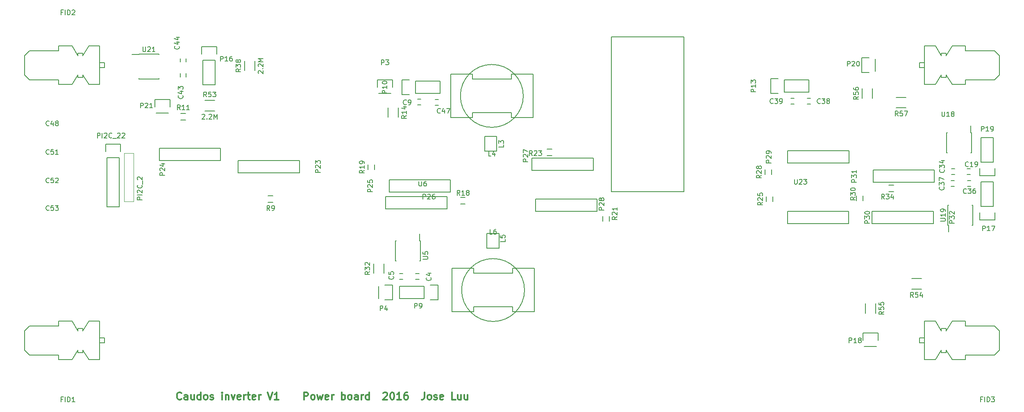
<source format=gbr>
G04 #@! TF.FileFunction,Legend,Top*
%FSLAX46Y46*%
G04 Gerber Fmt 4.6, Leading zero omitted, Abs format (unit mm)*
G04 Created by KiCad (PCBNEW 4.0.1-stable) date 12/11/2016 23:05:32*
%MOMM*%
G01*
G04 APERTURE LIST*
%ADD10C,0.100000*%
%ADD11C,0.300000*%
%ADD12C,0.150000*%
%ADD13C,0.050000*%
G04 APERTURE END LIST*
D10*
D11*
X31857145Y4464286D02*
X31785716Y4392857D01*
X31571430Y4321429D01*
X31428573Y4321429D01*
X31214288Y4392857D01*
X31071430Y4535714D01*
X31000002Y4678571D01*
X30928573Y4964286D01*
X30928573Y5178571D01*
X31000002Y5464286D01*
X31071430Y5607143D01*
X31214288Y5750000D01*
X31428573Y5821429D01*
X31571430Y5821429D01*
X31785716Y5750000D01*
X31857145Y5678571D01*
X33142859Y4321429D02*
X33142859Y5107143D01*
X33071430Y5250000D01*
X32928573Y5321429D01*
X32642859Y5321429D01*
X32500002Y5250000D01*
X33142859Y4392857D02*
X33000002Y4321429D01*
X32642859Y4321429D01*
X32500002Y4392857D01*
X32428573Y4535714D01*
X32428573Y4678571D01*
X32500002Y4821429D01*
X32642859Y4892857D01*
X33000002Y4892857D01*
X33142859Y4964286D01*
X34500002Y5321429D02*
X34500002Y4321429D01*
X33857145Y5321429D02*
X33857145Y4535714D01*
X33928573Y4392857D01*
X34071431Y4321429D01*
X34285716Y4321429D01*
X34428573Y4392857D01*
X34500002Y4464286D01*
X35857145Y4321429D02*
X35857145Y5821429D01*
X35857145Y4392857D02*
X35714288Y4321429D01*
X35428574Y4321429D01*
X35285716Y4392857D01*
X35214288Y4464286D01*
X35142859Y4607143D01*
X35142859Y5035714D01*
X35214288Y5178571D01*
X35285716Y5250000D01*
X35428574Y5321429D01*
X35714288Y5321429D01*
X35857145Y5250000D01*
X36785717Y4321429D02*
X36642859Y4392857D01*
X36571431Y4464286D01*
X36500002Y4607143D01*
X36500002Y5035714D01*
X36571431Y5178571D01*
X36642859Y5250000D01*
X36785717Y5321429D01*
X37000002Y5321429D01*
X37142859Y5250000D01*
X37214288Y5178571D01*
X37285717Y5035714D01*
X37285717Y4607143D01*
X37214288Y4464286D01*
X37142859Y4392857D01*
X37000002Y4321429D01*
X36785717Y4321429D01*
X37857145Y4392857D02*
X38000002Y4321429D01*
X38285717Y4321429D01*
X38428574Y4392857D01*
X38500002Y4535714D01*
X38500002Y4607143D01*
X38428574Y4750000D01*
X38285717Y4821429D01*
X38071431Y4821429D01*
X37928574Y4892857D01*
X37857145Y5035714D01*
X37857145Y5107143D01*
X37928574Y5250000D01*
X38071431Y5321429D01*
X38285717Y5321429D01*
X38428574Y5250000D01*
X40285717Y4321429D02*
X40285717Y5321429D01*
X40285717Y5821429D02*
X40214288Y5750000D01*
X40285717Y5678571D01*
X40357145Y5750000D01*
X40285717Y5821429D01*
X40285717Y5678571D01*
X41000003Y5321429D02*
X41000003Y4321429D01*
X41000003Y5178571D02*
X41071431Y5250000D01*
X41214289Y5321429D01*
X41428574Y5321429D01*
X41571431Y5250000D01*
X41642860Y5107143D01*
X41642860Y4321429D01*
X42214289Y5321429D02*
X42571432Y4321429D01*
X42928574Y5321429D01*
X44071431Y4392857D02*
X43928574Y4321429D01*
X43642860Y4321429D01*
X43500003Y4392857D01*
X43428574Y4535714D01*
X43428574Y5107143D01*
X43500003Y5250000D01*
X43642860Y5321429D01*
X43928574Y5321429D01*
X44071431Y5250000D01*
X44142860Y5107143D01*
X44142860Y4964286D01*
X43428574Y4821429D01*
X44785717Y4321429D02*
X44785717Y5321429D01*
X44785717Y5035714D02*
X44857145Y5178571D01*
X44928574Y5250000D01*
X45071431Y5321429D01*
X45214288Y5321429D01*
X45500002Y5321429D02*
X46071431Y5321429D01*
X45714288Y5821429D02*
X45714288Y4535714D01*
X45785716Y4392857D01*
X45928574Y4321429D01*
X46071431Y4321429D01*
X47142859Y4392857D02*
X47000002Y4321429D01*
X46714288Y4321429D01*
X46571431Y4392857D01*
X46500002Y4535714D01*
X46500002Y5107143D01*
X46571431Y5250000D01*
X46714288Y5321429D01*
X47000002Y5321429D01*
X47142859Y5250000D01*
X47214288Y5107143D01*
X47214288Y4964286D01*
X46500002Y4821429D01*
X47857145Y4321429D02*
X47857145Y5321429D01*
X47857145Y5035714D02*
X47928573Y5178571D01*
X48000002Y5250000D01*
X48142859Y5321429D01*
X48285716Y5321429D01*
X49714287Y5821429D02*
X50214287Y4321429D01*
X50714287Y5821429D01*
X52000001Y4321429D02*
X51142858Y4321429D01*
X51571430Y4321429D02*
X51571430Y5821429D01*
X51428573Y5607143D01*
X51285715Y5464286D01*
X51142858Y5392857D01*
X57214286Y4321429D02*
X57214286Y5821429D01*
X57785714Y5821429D01*
X57928572Y5750000D01*
X58000000Y5678571D01*
X58071429Y5535714D01*
X58071429Y5321429D01*
X58000000Y5178571D01*
X57928572Y5107143D01*
X57785714Y5035714D01*
X57214286Y5035714D01*
X58928572Y4321429D02*
X58785714Y4392857D01*
X58714286Y4464286D01*
X58642857Y4607143D01*
X58642857Y5035714D01*
X58714286Y5178571D01*
X58785714Y5250000D01*
X58928572Y5321429D01*
X59142857Y5321429D01*
X59285714Y5250000D01*
X59357143Y5178571D01*
X59428572Y5035714D01*
X59428572Y4607143D01*
X59357143Y4464286D01*
X59285714Y4392857D01*
X59142857Y4321429D01*
X58928572Y4321429D01*
X59928572Y5321429D02*
X60214286Y4321429D01*
X60500000Y5035714D01*
X60785715Y4321429D01*
X61071429Y5321429D01*
X62214286Y4392857D02*
X62071429Y4321429D01*
X61785715Y4321429D01*
X61642858Y4392857D01*
X61571429Y4535714D01*
X61571429Y5107143D01*
X61642858Y5250000D01*
X61785715Y5321429D01*
X62071429Y5321429D01*
X62214286Y5250000D01*
X62285715Y5107143D01*
X62285715Y4964286D01*
X61571429Y4821429D01*
X62928572Y4321429D02*
X62928572Y5321429D01*
X62928572Y5035714D02*
X63000000Y5178571D01*
X63071429Y5250000D01*
X63214286Y5321429D01*
X63357143Y5321429D01*
X65000000Y4321429D02*
X65000000Y5821429D01*
X65000000Y5250000D02*
X65142857Y5321429D01*
X65428571Y5321429D01*
X65571428Y5250000D01*
X65642857Y5178571D01*
X65714286Y5035714D01*
X65714286Y4607143D01*
X65642857Y4464286D01*
X65571428Y4392857D01*
X65428571Y4321429D01*
X65142857Y4321429D01*
X65000000Y4392857D01*
X66571429Y4321429D02*
X66428571Y4392857D01*
X66357143Y4464286D01*
X66285714Y4607143D01*
X66285714Y5035714D01*
X66357143Y5178571D01*
X66428571Y5250000D01*
X66571429Y5321429D01*
X66785714Y5321429D01*
X66928571Y5250000D01*
X67000000Y5178571D01*
X67071429Y5035714D01*
X67071429Y4607143D01*
X67000000Y4464286D01*
X66928571Y4392857D01*
X66785714Y4321429D01*
X66571429Y4321429D01*
X68357143Y4321429D02*
X68357143Y5107143D01*
X68285714Y5250000D01*
X68142857Y5321429D01*
X67857143Y5321429D01*
X67714286Y5250000D01*
X68357143Y4392857D02*
X68214286Y4321429D01*
X67857143Y4321429D01*
X67714286Y4392857D01*
X67642857Y4535714D01*
X67642857Y4678571D01*
X67714286Y4821429D01*
X67857143Y4892857D01*
X68214286Y4892857D01*
X68357143Y4964286D01*
X69071429Y4321429D02*
X69071429Y5321429D01*
X69071429Y5035714D02*
X69142857Y5178571D01*
X69214286Y5250000D01*
X69357143Y5321429D01*
X69500000Y5321429D01*
X70642857Y4321429D02*
X70642857Y5821429D01*
X70642857Y4392857D02*
X70500000Y4321429D01*
X70214286Y4321429D01*
X70071428Y4392857D01*
X70000000Y4464286D01*
X69928571Y4607143D01*
X69928571Y5035714D01*
X70000000Y5178571D01*
X70071428Y5250000D01*
X70214286Y5321429D01*
X70500000Y5321429D01*
X70642857Y5250000D01*
X73571428Y5678571D02*
X73642857Y5750000D01*
X73785714Y5821429D01*
X74142857Y5821429D01*
X74285714Y5750000D01*
X74357143Y5678571D01*
X74428571Y5535714D01*
X74428571Y5392857D01*
X74357143Y5178571D01*
X73500000Y4321429D01*
X74428571Y4321429D01*
X75357142Y5821429D02*
X75499999Y5821429D01*
X75642856Y5750000D01*
X75714285Y5678571D01*
X75785714Y5535714D01*
X75857142Y5250000D01*
X75857142Y4892857D01*
X75785714Y4607143D01*
X75714285Y4464286D01*
X75642856Y4392857D01*
X75499999Y4321429D01*
X75357142Y4321429D01*
X75214285Y4392857D01*
X75142856Y4464286D01*
X75071428Y4607143D01*
X74999999Y4892857D01*
X74999999Y5250000D01*
X75071428Y5535714D01*
X75142856Y5678571D01*
X75214285Y5750000D01*
X75357142Y5821429D01*
X77285713Y4321429D02*
X76428570Y4321429D01*
X76857142Y4321429D02*
X76857142Y5821429D01*
X76714285Y5607143D01*
X76571427Y5464286D01*
X76428570Y5392857D01*
X78571427Y5821429D02*
X78285713Y5821429D01*
X78142856Y5750000D01*
X78071427Y5678571D01*
X77928570Y5464286D01*
X77857141Y5178571D01*
X77857141Y4607143D01*
X77928570Y4464286D01*
X77999998Y4392857D01*
X78142856Y4321429D01*
X78428570Y4321429D01*
X78571427Y4392857D01*
X78642856Y4464286D01*
X78714284Y4607143D01*
X78714284Y4964286D01*
X78642856Y5107143D01*
X78571427Y5178571D01*
X78428570Y5250000D01*
X78142856Y5250000D01*
X77999998Y5178571D01*
X77928570Y5107143D01*
X77857141Y4964286D01*
X82071426Y5821429D02*
X82071426Y4750000D01*
X81999998Y4535714D01*
X81857141Y4392857D01*
X81642855Y4321429D01*
X81499998Y4321429D01*
X82999998Y4321429D02*
X82857140Y4392857D01*
X82785712Y4464286D01*
X82714283Y4607143D01*
X82714283Y5035714D01*
X82785712Y5178571D01*
X82857140Y5250000D01*
X82999998Y5321429D01*
X83214283Y5321429D01*
X83357140Y5250000D01*
X83428569Y5178571D01*
X83499998Y5035714D01*
X83499998Y4607143D01*
X83428569Y4464286D01*
X83357140Y4392857D01*
X83214283Y4321429D01*
X82999998Y4321429D01*
X84071426Y4392857D02*
X84214283Y4321429D01*
X84499998Y4321429D01*
X84642855Y4392857D01*
X84714283Y4535714D01*
X84714283Y4607143D01*
X84642855Y4750000D01*
X84499998Y4821429D01*
X84285712Y4821429D01*
X84142855Y4892857D01*
X84071426Y5035714D01*
X84071426Y5107143D01*
X84142855Y5250000D01*
X84285712Y5321429D01*
X84499998Y5321429D01*
X84642855Y5250000D01*
X85928569Y4392857D02*
X85785712Y4321429D01*
X85499998Y4321429D01*
X85357141Y4392857D01*
X85285712Y4535714D01*
X85285712Y5107143D01*
X85357141Y5250000D01*
X85499998Y5321429D01*
X85785712Y5321429D01*
X85928569Y5250000D01*
X85999998Y5107143D01*
X85999998Y4964286D01*
X85285712Y4821429D01*
X88499998Y4321429D02*
X87785712Y4321429D01*
X87785712Y5821429D01*
X89642855Y5321429D02*
X89642855Y4321429D01*
X88999998Y5321429D02*
X88999998Y4535714D01*
X89071426Y4392857D01*
X89214284Y4321429D01*
X89428569Y4321429D01*
X89571426Y4392857D01*
X89642855Y4464286D01*
X90999998Y5321429D02*
X90999998Y4321429D01*
X90357141Y5321429D02*
X90357141Y4535714D01*
X90428569Y4392857D01*
X90571427Y4321429D01*
X90785712Y4321429D01*
X90928569Y4392857D01*
X90999998Y4464286D01*
D12*
X73719000Y32406000D02*
X73719000Y30406000D01*
X71569000Y30406000D02*
X71569000Y32406000D01*
X84264000Y66371000D02*
X84964000Y66371000D01*
X84964000Y65171000D02*
X84264000Y65171000D01*
X31658000Y74109000D02*
X31658000Y74809000D01*
X32858000Y74809000D02*
X32858000Y74109000D01*
X161164000Y66571000D02*
X161864000Y66571000D01*
X161864000Y65371000D02*
X161164000Y65371000D01*
X102766000Y26961000D02*
G75*
G03X102766000Y26961000I-6500000J0D01*
G01*
X100266000Y31461000D02*
X104766000Y31461000D01*
X104766000Y31461000D02*
X104766000Y22461000D01*
X104766000Y22461000D02*
X100266000Y22461000D01*
X100266000Y22461000D02*
X100266000Y23461000D01*
X100266000Y23461000D02*
X92266000Y23461000D01*
X92266000Y23461000D02*
X92266000Y22461000D01*
X92266000Y22461000D02*
X87766000Y22461000D01*
X87766000Y22461000D02*
X87766000Y31461000D01*
X87766000Y31461000D02*
X92266000Y31461000D01*
X92266000Y31461000D02*
X92266000Y30461000D01*
X92266000Y30461000D02*
X100266000Y30461000D01*
X100266000Y30461000D02*
X100266000Y31461000D01*
X102512000Y67093000D02*
G75*
G03X102512000Y67093000I-6500000J0D01*
G01*
X92012000Y62593000D02*
X87512000Y62593000D01*
X87512000Y62593000D02*
X87512000Y71593000D01*
X87512000Y71593000D02*
X92012000Y71593000D01*
X92012000Y71593000D02*
X92012000Y70593000D01*
X92012000Y70593000D02*
X100012000Y70593000D01*
X100012000Y70593000D02*
X100012000Y71593000D01*
X100012000Y71593000D02*
X104512000Y71593000D01*
X104512000Y71593000D02*
X104512000Y62593000D01*
X104512000Y62593000D02*
X100012000Y62593000D01*
X100012000Y62593000D02*
X100012000Y63593000D01*
X100012000Y63593000D02*
X92012000Y63593000D01*
X92012000Y63593000D02*
X92012000Y62593000D01*
X80964000Y29155000D02*
X80264000Y29155000D01*
X80264000Y30355000D02*
X80964000Y30355000D01*
X77615000Y29155000D02*
X76915000Y29155000D01*
X76915000Y30355000D02*
X77615000Y30355000D01*
X190964000Y52071000D02*
X191664000Y52071000D01*
X191664000Y50871000D02*
X190964000Y50871000D01*
X194264000Y49571000D02*
X194964000Y49571000D01*
X194964000Y48371000D02*
X194264000Y48371000D01*
X190912000Y49571000D02*
X191612000Y49571000D01*
X191612000Y48371000D02*
X190912000Y48371000D01*
X31658000Y71021000D02*
X31658000Y71721000D01*
X32858000Y71721000D02*
X32858000Y71021000D01*
X94512000Y55687000D02*
X94512000Y58687000D01*
X94512000Y58687000D02*
X97012000Y58687000D01*
X97012000Y58687000D02*
X97012000Y55687000D01*
X97012000Y55687000D02*
X94512000Y55687000D01*
X97512000Y38621000D02*
X97512000Y35621000D01*
X97512000Y35621000D02*
X95012000Y35621000D01*
X95012000Y35621000D02*
X95012000Y38621000D01*
X95012000Y38621000D02*
X97512000Y38621000D01*
X6502000Y69443000D02*
X9252000Y69443000D01*
X9252000Y69443000D02*
X10502000Y71443000D01*
X10502000Y71443000D02*
X10502000Y70943000D01*
X10502000Y70943000D02*
X11502000Y70943000D01*
X11502000Y70943000D02*
X11502000Y71443000D01*
X11502000Y71443000D02*
X12752000Y69443000D01*
X12752000Y69443000D02*
X15002000Y69443000D01*
X9252000Y77443000D02*
X6502000Y77443000D01*
X15002000Y77443000D02*
X12752000Y77443000D01*
X11502000Y75943000D02*
X10502000Y75943000D01*
X10502000Y75943000D02*
X10502000Y75443000D01*
X10502000Y75443000D02*
X9252000Y77443000D01*
X11502000Y75943000D02*
X11502000Y75443000D01*
X11502000Y75443000D02*
X12752000Y77443000D01*
X6502000Y69443000D02*
X6502000Y70443000D01*
X6502000Y70443000D02*
X502000Y70443000D01*
X502000Y70443000D02*
X-498000Y71443000D01*
X-498000Y71443000D02*
X-498000Y75443000D01*
X-498000Y75443000D02*
X502000Y76443000D01*
X502000Y76443000D02*
X6502000Y76443000D01*
X6502000Y76443000D02*
X6502000Y77443000D01*
X15002000Y72943000D02*
X16002000Y72943000D01*
X16002000Y72943000D02*
X16002000Y73943000D01*
X16002000Y73943000D02*
X15252000Y73943000D01*
X15252000Y73943000D02*
X15002000Y73943000D01*
X15002000Y69443000D02*
X15002000Y77443000D01*
X6502000Y12547000D02*
X9252000Y12547000D01*
X9252000Y12547000D02*
X10502000Y14547000D01*
X10502000Y14547000D02*
X10502000Y14047000D01*
X10502000Y14047000D02*
X11502000Y14047000D01*
X11502000Y14047000D02*
X11502000Y14547000D01*
X11502000Y14547000D02*
X12752000Y12547000D01*
X12752000Y12547000D02*
X15002000Y12547000D01*
X9252000Y20547000D02*
X6502000Y20547000D01*
X15002000Y20547000D02*
X12752000Y20547000D01*
X11502000Y19047000D02*
X10502000Y19047000D01*
X10502000Y19047000D02*
X10502000Y18547000D01*
X10502000Y18547000D02*
X9252000Y20547000D01*
X11502000Y19047000D02*
X11502000Y18547000D01*
X11502000Y18547000D02*
X12752000Y20547000D01*
X6502000Y12547000D02*
X6502000Y13547000D01*
X6502000Y13547000D02*
X502000Y13547000D01*
X502000Y13547000D02*
X-498000Y14547000D01*
X-498000Y14547000D02*
X-498000Y18547000D01*
X-498000Y18547000D02*
X502000Y19547000D01*
X502000Y19547000D02*
X6502000Y19547000D01*
X6502000Y19547000D02*
X6502000Y20547000D01*
X15002000Y16047000D02*
X16002000Y16047000D01*
X16002000Y16047000D02*
X16002000Y17047000D01*
X16002000Y17047000D02*
X15252000Y17047000D01*
X15252000Y17047000D02*
X15002000Y17047000D01*
X15002000Y12547000D02*
X15002000Y20547000D01*
X193904000Y77443000D02*
X191154000Y77443000D01*
X191154000Y77443000D02*
X189904000Y75443000D01*
X189904000Y75443000D02*
X189904000Y75943000D01*
X189904000Y75943000D02*
X188904000Y75943000D01*
X188904000Y75943000D02*
X188904000Y75443000D01*
X188904000Y75443000D02*
X187654000Y77443000D01*
X187654000Y77443000D02*
X185404000Y77443000D01*
X191154000Y69443000D02*
X193904000Y69443000D01*
X185404000Y69443000D02*
X187654000Y69443000D01*
X188904000Y70943000D02*
X189904000Y70943000D01*
X189904000Y70943000D02*
X189904000Y71443000D01*
X189904000Y71443000D02*
X191154000Y69443000D01*
X188904000Y70943000D02*
X188904000Y71443000D01*
X188904000Y71443000D02*
X187654000Y69443000D01*
X193904000Y77443000D02*
X193904000Y76443000D01*
X193904000Y76443000D02*
X199904000Y76443000D01*
X199904000Y76443000D02*
X200904000Y75443000D01*
X200904000Y75443000D02*
X200904000Y71443000D01*
X200904000Y71443000D02*
X199904000Y70443000D01*
X199904000Y70443000D02*
X193904000Y70443000D01*
X193904000Y70443000D02*
X193904000Y69443000D01*
X185404000Y73943000D02*
X184404000Y73943000D01*
X184404000Y73943000D02*
X184404000Y72943000D01*
X184404000Y72943000D02*
X185154000Y72943000D01*
X185154000Y72943000D02*
X185404000Y72943000D01*
X185404000Y77443000D02*
X185404000Y69443000D01*
X193904000Y20547000D02*
X191154000Y20547000D01*
X191154000Y20547000D02*
X189904000Y18547000D01*
X189904000Y18547000D02*
X189904000Y19047000D01*
X189904000Y19047000D02*
X188904000Y19047000D01*
X188904000Y19047000D02*
X188904000Y18547000D01*
X188904000Y18547000D02*
X187654000Y20547000D01*
X187654000Y20547000D02*
X185404000Y20547000D01*
X191154000Y12547000D02*
X193904000Y12547000D01*
X185404000Y12547000D02*
X187654000Y12547000D01*
X188904000Y14047000D02*
X189904000Y14047000D01*
X189904000Y14047000D02*
X189904000Y14547000D01*
X189904000Y14547000D02*
X191154000Y12547000D01*
X188904000Y14047000D02*
X188904000Y14547000D01*
X188904000Y14547000D02*
X187654000Y12547000D01*
X193904000Y20547000D02*
X193904000Y19547000D01*
X193904000Y19547000D02*
X199904000Y19547000D01*
X199904000Y19547000D02*
X200904000Y18547000D01*
X200904000Y18547000D02*
X200904000Y14547000D01*
X200904000Y14547000D02*
X199904000Y13547000D01*
X199904000Y13547000D02*
X193904000Y13547000D01*
X193904000Y13547000D02*
X193904000Y12547000D01*
X185404000Y17047000D02*
X184404000Y17047000D01*
X184404000Y17047000D02*
X184404000Y16047000D01*
X184404000Y16047000D02*
X185154000Y16047000D01*
X185154000Y16047000D02*
X185404000Y16047000D01*
X185404000Y20547000D02*
X185404000Y12547000D01*
X81254000Y37146000D02*
X81109000Y37146000D01*
X81254000Y32996000D02*
X81109000Y32996000D01*
X76104000Y32996000D02*
X76249000Y32996000D01*
X76104000Y37146000D02*
X76249000Y37146000D01*
X81254000Y37146000D02*
X81254000Y32996000D01*
X76104000Y37146000D02*
X76104000Y32996000D01*
X81109000Y37146000D02*
X81109000Y38546000D01*
X195107000Y59516000D02*
X194962000Y59516000D01*
X195107000Y55366000D02*
X194962000Y55366000D01*
X189957000Y55366000D02*
X190102000Y55366000D01*
X189957000Y59516000D02*
X190102000Y59516000D01*
X195107000Y59516000D02*
X195107000Y55366000D01*
X189957000Y59516000D02*
X189957000Y55366000D01*
X194962000Y59516000D02*
X194962000Y60916000D01*
X190211000Y40380000D02*
X190356000Y40380000D01*
X190211000Y44530000D02*
X190356000Y44530000D01*
X195361000Y44530000D02*
X195216000Y44530000D01*
X195361000Y40380000D02*
X195216000Y40380000D01*
X190211000Y40380000D02*
X190211000Y44530000D01*
X195361000Y40380000D02*
X195361000Y44530000D01*
X190356000Y40380000D02*
X190356000Y38980000D01*
X23071000Y75764000D02*
X23071000Y75619000D01*
X27221000Y75764000D02*
X27221000Y75619000D01*
X27221000Y70614000D02*
X27221000Y70759000D01*
X23071000Y70614000D02*
X23071000Y70759000D01*
X23071000Y75764000D02*
X27221000Y75764000D01*
X23071000Y70614000D02*
X27221000Y70614000D01*
X23071000Y75619000D02*
X21671000Y75619000D01*
X80676000Y66423000D02*
X81376000Y66423000D01*
X81376000Y65223000D02*
X80676000Y65223000D01*
X157764000Y66571000D02*
X158464000Y66571000D01*
X158464000Y65371000D02*
X157764000Y65371000D01*
X72644000Y27723000D02*
X72644000Y25183000D01*
X75464000Y24903000D02*
X73914000Y24903000D01*
X75464000Y24903000D02*
X75464000Y28003000D01*
X75464000Y28003000D02*
X73914000Y28003000D01*
X82042000Y27723000D02*
X76962000Y27723000D01*
X76962000Y27723000D02*
X76962000Y25183000D01*
X76962000Y25183000D02*
X82042000Y25183000D01*
X84862000Y24903000D02*
X83312000Y24903000D01*
X82042000Y25183000D02*
X82042000Y27723000D01*
X83312000Y28003000D02*
X84862000Y28003000D01*
X84862000Y28003000D02*
X84862000Y24903000D01*
X80264000Y67601000D02*
X85344000Y67601000D01*
X85344000Y67601000D02*
X85344000Y70141000D01*
X85344000Y70141000D02*
X80264000Y70141000D01*
X77444000Y70421000D02*
X78994000Y70421000D01*
X80264000Y70141000D02*
X80264000Y67601000D01*
X78994000Y67321000D02*
X77444000Y67321000D01*
X77444000Y67321000D02*
X77444000Y70421000D01*
X156464000Y67855000D02*
X161544000Y67855000D01*
X161544000Y67855000D02*
X161544000Y70395000D01*
X161544000Y70395000D02*
X156464000Y70395000D01*
X153644000Y70675000D02*
X155194000Y70675000D01*
X156464000Y70395000D02*
X156464000Y67855000D01*
X155194000Y67575000D02*
X153644000Y67575000D01*
X153644000Y67575000D02*
X153644000Y70675000D01*
X36322000Y74459000D02*
X36322000Y69379000D01*
X36322000Y69379000D02*
X38862000Y69379000D01*
X38862000Y69379000D02*
X38862000Y74459000D01*
X39142000Y77279000D02*
X39142000Y75729000D01*
X38862000Y74459000D02*
X36322000Y74459000D01*
X36042000Y75729000D02*
X36042000Y77279000D01*
X36042000Y77279000D02*
X39142000Y77279000D01*
X199644000Y44233000D02*
X199644000Y49313000D01*
X199644000Y49313000D02*
X197104000Y49313000D01*
X197104000Y49313000D02*
X197104000Y44233000D01*
X196824000Y41413000D02*
X196824000Y42963000D01*
X197104000Y44233000D02*
X199644000Y44233000D01*
X199924000Y42963000D02*
X199924000Y41413000D01*
X199924000Y41413000D02*
X196824000Y41413000D01*
X175794000Y18097000D02*
X175794000Y16547000D01*
X172694000Y16547000D02*
X172694000Y18097000D01*
X172694000Y18097000D02*
X175794000Y18097000D01*
X172974000Y15277000D02*
X175514000Y15277000D01*
X199644000Y53377000D02*
X199644000Y58457000D01*
X199644000Y58457000D02*
X197104000Y58457000D01*
X197104000Y58457000D02*
X197104000Y53377000D01*
X196824000Y50557000D02*
X196824000Y52107000D01*
X197104000Y53377000D02*
X199644000Y53377000D01*
X199924000Y52107000D02*
X199924000Y50557000D01*
X199924000Y50557000D02*
X196824000Y50557000D01*
X175260000Y72173000D02*
X175260000Y74713000D01*
X172440000Y74993000D02*
X173990000Y74993000D01*
X172440000Y74993000D02*
X172440000Y71893000D01*
X172440000Y71893000D02*
X173990000Y71893000D01*
X29490000Y66357000D02*
X29490000Y64807000D01*
X26390000Y64807000D02*
X26390000Y66357000D01*
X26390000Y66357000D02*
X29490000Y66357000D01*
X26670000Y63537000D02*
X29210000Y63537000D01*
X194164000Y52071000D02*
X194864000Y52071000D01*
X194864000Y50871000D02*
X194164000Y50871000D01*
X27284000Y53701000D02*
X39944000Y53701000D01*
X39944000Y53701000D02*
X39944000Y56241000D01*
X39944000Y56241000D02*
X27284000Y56241000D01*
X27284000Y56241000D02*
X27284000Y53701000D01*
X56244000Y53741000D02*
X43584000Y53741000D01*
X43584000Y53741000D02*
X43584000Y51201000D01*
X43584000Y51201000D02*
X56244000Y51201000D01*
X56244000Y51201000D02*
X56244000Y53741000D01*
X74784000Y47201000D02*
X87444000Y47201000D01*
X87444000Y47201000D02*
X87444000Y49741000D01*
X87444000Y49741000D02*
X74784000Y49741000D01*
X74784000Y49741000D02*
X74784000Y47201000D01*
X86744000Y46241000D02*
X74084000Y46241000D01*
X74084000Y46241000D02*
X74084000Y43701000D01*
X74084000Y43701000D02*
X86744000Y43701000D01*
X86744000Y43701000D02*
X86744000Y46241000D01*
X104284000Y51701000D02*
X116944000Y51701000D01*
X116944000Y51701000D02*
X116944000Y54241000D01*
X116944000Y54241000D02*
X104284000Y54241000D01*
X104284000Y54241000D02*
X104284000Y51701000D01*
X117744000Y45741000D02*
X105084000Y45741000D01*
X105084000Y45741000D02*
X105084000Y43201000D01*
X105084000Y43201000D02*
X117744000Y43201000D01*
X117744000Y43201000D02*
X117744000Y45741000D01*
X157124000Y53201000D02*
X169784000Y53201000D01*
X169784000Y53201000D02*
X169784000Y55741000D01*
X169784000Y55741000D02*
X157124000Y55741000D01*
X157124000Y55741000D02*
X157124000Y53201000D01*
X169744000Y43241000D02*
X157084000Y43241000D01*
X157084000Y43241000D02*
X157084000Y40701000D01*
X157084000Y40701000D02*
X169744000Y40701000D01*
X169744000Y40701000D02*
X169744000Y43241000D01*
X174784000Y49201000D02*
X187444000Y49201000D01*
X187444000Y49201000D02*
X187444000Y51741000D01*
X187444000Y51741000D02*
X174784000Y51741000D01*
X174784000Y51741000D02*
X174784000Y49201000D01*
X187244000Y43241000D02*
X174584000Y43241000D01*
X174584000Y43241000D02*
X174584000Y40701000D01*
X174584000Y40701000D02*
X187244000Y40701000D01*
X187244000Y40701000D02*
X187244000Y43241000D01*
X49792000Y46432000D02*
X50792000Y46432000D01*
X50792000Y45082000D02*
X49792000Y45082000D01*
X32758000Y62100000D02*
X31758000Y62100000D01*
X31758000Y63450000D02*
X32758000Y63450000D01*
X89514000Y46146000D02*
X90514000Y46146000D01*
X90514000Y44796000D02*
X89514000Y44796000D01*
X71795000Y52861000D02*
X71795000Y51861000D01*
X70445000Y51861000D02*
X70445000Y52861000D01*
X120309000Y42193000D02*
X120309000Y41193000D01*
X118959000Y41193000D02*
X118959000Y42193000D01*
X107450000Y56084000D02*
X108450000Y56084000D01*
X108450000Y54734000D02*
X107450000Y54734000D01*
X154091000Y46257000D02*
X154091000Y45257000D01*
X152741000Y45257000D02*
X152741000Y46257000D01*
X153837000Y51845000D02*
X153837000Y50845000D01*
X152487000Y50845000D02*
X152487000Y51845000D01*
X172689000Y46471000D02*
X172689000Y45471000D01*
X171339000Y45471000D02*
X171339000Y46471000D01*
X178014000Y48646000D02*
X179014000Y48646000D01*
X179014000Y47296000D02*
X178014000Y47296000D01*
D13*
X22014000Y55221000D02*
X22014000Y45221000D01*
X22014000Y45221000D02*
X20014000Y45221000D01*
X20014000Y45221000D02*
X20014000Y55221000D01*
X20014000Y55221000D02*
X22014000Y55221000D01*
D12*
X16214000Y55551000D02*
X16214000Y57101000D01*
X16214000Y57101000D02*
X19314000Y57101000D01*
X19314000Y57101000D02*
X19314000Y55551000D01*
X19034000Y54281000D02*
X19034000Y44121000D01*
X19034000Y44121000D02*
X16494000Y44121000D01*
X16494000Y44121000D02*
X16494000Y54281000D01*
X19034000Y54281000D02*
X16494000Y54281000D01*
X47049000Y74316000D02*
X47049000Y72316000D01*
X44899000Y72316000D02*
X44899000Y74316000D01*
X38719000Y63986000D02*
X36719000Y63986000D01*
X36719000Y66136000D02*
X38719000Y66136000D01*
X182769000Y29306000D02*
X184769000Y29306000D01*
X184769000Y27156000D02*
X182769000Y27156000D01*
X173169000Y22151000D02*
X173169000Y24151000D01*
X175319000Y24151000D02*
X175319000Y22151000D01*
X174684000Y68601000D02*
X174684000Y66601000D01*
X172534000Y66601000D02*
X172534000Y68601000D01*
X179594000Y66771000D02*
X181594000Y66771000D01*
X181594000Y64621000D02*
X179594000Y64621000D01*
X75464000Y70421000D02*
X75464000Y68871000D01*
X72364000Y68871000D02*
X72364000Y70421000D01*
X72364000Y70421000D02*
X75464000Y70421000D01*
X72644000Y67601000D02*
X75184000Y67601000D01*
X74539000Y62671000D02*
X74539000Y64671000D01*
X76689000Y64671000D02*
X76689000Y62671000D01*
X120714000Y63271000D02*
X120714000Y79271000D01*
X120714000Y79271000D02*
X135714000Y79271000D01*
X135714000Y79271000D02*
X135714000Y47271000D01*
X135714000Y47271000D02*
X120714000Y47271000D01*
X120714000Y47271000D02*
X120714000Y63271000D01*
X4521143Y61013857D02*
X4473524Y60966238D01*
X4330667Y60918619D01*
X4235429Y60918619D01*
X4092571Y60966238D01*
X3997333Y61061476D01*
X3949714Y61156714D01*
X3902095Y61347190D01*
X3902095Y61490048D01*
X3949714Y61680524D01*
X3997333Y61775762D01*
X4092571Y61871000D01*
X4235429Y61918619D01*
X4330667Y61918619D01*
X4473524Y61871000D01*
X4521143Y61823381D01*
X5378286Y61585286D02*
X5378286Y60918619D01*
X5140190Y61966238D02*
X4902095Y61251952D01*
X5521143Y61251952D01*
X6044952Y61490048D02*
X5949714Y61537667D01*
X5902095Y61585286D01*
X5854476Y61680524D01*
X5854476Y61728143D01*
X5902095Y61823381D01*
X5949714Y61871000D01*
X6044952Y61918619D01*
X6235429Y61918619D01*
X6330667Y61871000D01*
X6378286Y61823381D01*
X6425905Y61728143D01*
X6425905Y61680524D01*
X6378286Y61585286D01*
X6330667Y61537667D01*
X6235429Y61490048D01*
X6044952Y61490048D01*
X5949714Y61442429D01*
X5902095Y61394810D01*
X5854476Y61299571D01*
X5854476Y61109095D01*
X5902095Y61013857D01*
X5949714Y60966238D01*
X6044952Y60918619D01*
X6235429Y60918619D01*
X6330667Y60966238D01*
X6378286Y61013857D01*
X6425905Y61109095D01*
X6425905Y61299571D01*
X6378286Y61394810D01*
X6330667Y61442429D01*
X6235429Y61490048D01*
X4521143Y55113857D02*
X4473524Y55066238D01*
X4330667Y55018619D01*
X4235429Y55018619D01*
X4092571Y55066238D01*
X3997333Y55161476D01*
X3949714Y55256714D01*
X3902095Y55447190D01*
X3902095Y55590048D01*
X3949714Y55780524D01*
X3997333Y55875762D01*
X4092571Y55971000D01*
X4235429Y56018619D01*
X4330667Y56018619D01*
X4473524Y55971000D01*
X4521143Y55923381D01*
X5425905Y56018619D02*
X4949714Y56018619D01*
X4902095Y55542429D01*
X4949714Y55590048D01*
X5044952Y55637667D01*
X5283048Y55637667D01*
X5378286Y55590048D01*
X5425905Y55542429D01*
X5473524Y55447190D01*
X5473524Y55209095D01*
X5425905Y55113857D01*
X5378286Y55066238D01*
X5283048Y55018619D01*
X5044952Y55018619D01*
X4949714Y55066238D01*
X4902095Y55113857D01*
X6425905Y55018619D02*
X5854476Y55018619D01*
X6140190Y55018619D02*
X6140190Y56018619D01*
X6044952Y55875762D01*
X5949714Y55780524D01*
X5854476Y55732905D01*
X4521143Y49213857D02*
X4473524Y49166238D01*
X4330667Y49118619D01*
X4235429Y49118619D01*
X4092571Y49166238D01*
X3997333Y49261476D01*
X3949714Y49356714D01*
X3902095Y49547190D01*
X3902095Y49690048D01*
X3949714Y49880524D01*
X3997333Y49975762D01*
X4092571Y50071000D01*
X4235429Y50118619D01*
X4330667Y50118619D01*
X4473524Y50071000D01*
X4521143Y50023381D01*
X5425905Y50118619D02*
X4949714Y50118619D01*
X4902095Y49642429D01*
X4949714Y49690048D01*
X5044952Y49737667D01*
X5283048Y49737667D01*
X5378286Y49690048D01*
X5425905Y49642429D01*
X5473524Y49547190D01*
X5473524Y49309095D01*
X5425905Y49213857D01*
X5378286Y49166238D01*
X5283048Y49118619D01*
X5044952Y49118619D01*
X4949714Y49166238D01*
X4902095Y49213857D01*
X5854476Y50023381D02*
X5902095Y50071000D01*
X5997333Y50118619D01*
X6235429Y50118619D01*
X6330667Y50071000D01*
X6378286Y50023381D01*
X6425905Y49928143D01*
X6425905Y49832905D01*
X6378286Y49690048D01*
X5806857Y49118619D01*
X6425905Y49118619D01*
X4521143Y43513857D02*
X4473524Y43466238D01*
X4330667Y43418619D01*
X4235429Y43418619D01*
X4092571Y43466238D01*
X3997333Y43561476D01*
X3949714Y43656714D01*
X3902095Y43847190D01*
X3902095Y43990048D01*
X3949714Y44180524D01*
X3997333Y44275762D01*
X4092571Y44371000D01*
X4235429Y44418619D01*
X4330667Y44418619D01*
X4473524Y44371000D01*
X4521143Y44323381D01*
X5425905Y44418619D02*
X4949714Y44418619D01*
X4902095Y43942429D01*
X4949714Y43990048D01*
X5044952Y44037667D01*
X5283048Y44037667D01*
X5378286Y43990048D01*
X5425905Y43942429D01*
X5473524Y43847190D01*
X5473524Y43609095D01*
X5425905Y43513857D01*
X5378286Y43466238D01*
X5283048Y43418619D01*
X5044952Y43418619D01*
X4949714Y43466238D01*
X4902095Y43513857D01*
X5806857Y44418619D02*
X6425905Y44418619D01*
X6092571Y44037667D01*
X6235429Y44037667D01*
X6330667Y43990048D01*
X6378286Y43942429D01*
X6425905Y43847190D01*
X6425905Y43609095D01*
X6378286Y43513857D01*
X6330667Y43466238D01*
X6235429Y43418619D01*
X5949714Y43418619D01*
X5854476Y43466238D01*
X5806857Y43513857D01*
X70796381Y30763143D02*
X70320190Y30429809D01*
X70796381Y30191714D02*
X69796381Y30191714D01*
X69796381Y30572667D01*
X69844000Y30667905D01*
X69891619Y30715524D01*
X69986857Y30763143D01*
X70129714Y30763143D01*
X70224952Y30715524D01*
X70272571Y30667905D01*
X70320190Y30572667D01*
X70320190Y30191714D01*
X69796381Y31096476D02*
X69796381Y31715524D01*
X70177333Y31382190D01*
X70177333Y31525048D01*
X70224952Y31620286D01*
X70272571Y31667905D01*
X70367810Y31715524D01*
X70605905Y31715524D01*
X70701143Y31667905D01*
X70748762Y31620286D01*
X70796381Y31525048D01*
X70796381Y31239333D01*
X70748762Y31144095D01*
X70701143Y31096476D01*
X69891619Y32096476D02*
X69844000Y32144095D01*
X69796381Y32239333D01*
X69796381Y32477429D01*
X69844000Y32572667D01*
X69891619Y32620286D01*
X69986857Y32667905D01*
X70082095Y32667905D01*
X70224952Y32620286D01*
X70796381Y32048857D01*
X70796381Y32667905D01*
X80957095Y49448619D02*
X80957095Y48639095D01*
X81004714Y48543857D01*
X81052333Y48496238D01*
X81147571Y48448619D01*
X81338048Y48448619D01*
X81433286Y48496238D01*
X81480905Y48543857D01*
X81528524Y48639095D01*
X81528524Y49448619D01*
X82433286Y49448619D02*
X82242809Y49448619D01*
X82147571Y49401000D01*
X82099952Y49353381D01*
X82004714Y49210524D01*
X81957095Y49020048D01*
X81957095Y48639095D01*
X82004714Y48543857D01*
X82052333Y48496238D01*
X82147571Y48448619D01*
X82338048Y48448619D01*
X82433286Y48496238D01*
X82480905Y48543857D01*
X82528524Y48639095D01*
X82528524Y48877190D01*
X82480905Y48972429D01*
X82433286Y49020048D01*
X82338048Y49067667D01*
X82147571Y49067667D01*
X82052333Y49020048D01*
X82004714Y48972429D01*
X81957095Y48877190D01*
X85371143Y63613857D02*
X85323524Y63566238D01*
X85180667Y63518619D01*
X85085429Y63518619D01*
X84942571Y63566238D01*
X84847333Y63661476D01*
X84799714Y63756714D01*
X84752095Y63947190D01*
X84752095Y64090048D01*
X84799714Y64280524D01*
X84847333Y64375762D01*
X84942571Y64471000D01*
X85085429Y64518619D01*
X85180667Y64518619D01*
X85323524Y64471000D01*
X85371143Y64423381D01*
X86228286Y64185286D02*
X86228286Y63518619D01*
X85990190Y64566238D02*
X85752095Y63851952D01*
X86371143Y63851952D01*
X86656857Y64518619D02*
X87323524Y64518619D01*
X86894952Y63518619D01*
X31345143Y77372143D02*
X31392762Y77324524D01*
X31440381Y77181667D01*
X31440381Y77086429D01*
X31392762Y76943571D01*
X31297524Y76848333D01*
X31202286Y76800714D01*
X31011810Y76753095D01*
X30868952Y76753095D01*
X30678476Y76800714D01*
X30583238Y76848333D01*
X30488000Y76943571D01*
X30440381Y77086429D01*
X30440381Y77181667D01*
X30488000Y77324524D01*
X30535619Y77372143D01*
X30773714Y78229286D02*
X31440381Y78229286D01*
X30392762Y77991190D02*
X31107048Y77753095D01*
X31107048Y78372143D01*
X30773714Y79181667D02*
X31440381Y79181667D01*
X30392762Y78943571D02*
X31107048Y78705476D01*
X31107048Y79324524D01*
X163871143Y65613857D02*
X163823524Y65566238D01*
X163680667Y65518619D01*
X163585429Y65518619D01*
X163442571Y65566238D01*
X163347333Y65661476D01*
X163299714Y65756714D01*
X163252095Y65947190D01*
X163252095Y66090048D01*
X163299714Y66280524D01*
X163347333Y66375762D01*
X163442571Y66471000D01*
X163585429Y66518619D01*
X163680667Y66518619D01*
X163823524Y66471000D01*
X163871143Y66423381D01*
X164204476Y66518619D02*
X164823524Y66518619D01*
X164490190Y66137667D01*
X164633048Y66137667D01*
X164728286Y66090048D01*
X164775905Y66042429D01*
X164823524Y65947190D01*
X164823524Y65709095D01*
X164775905Y65613857D01*
X164728286Y65566238D01*
X164633048Y65518619D01*
X164347333Y65518619D01*
X164252095Y65566238D01*
X164204476Y65613857D01*
X165394952Y66090048D02*
X165299714Y66137667D01*
X165252095Y66185286D01*
X165204476Y66280524D01*
X165204476Y66328143D01*
X165252095Y66423381D01*
X165299714Y66471000D01*
X165394952Y66518619D01*
X165585429Y66518619D01*
X165680667Y66471000D01*
X165728286Y66423381D01*
X165775905Y66328143D01*
X165775905Y66280524D01*
X165728286Y66185286D01*
X165680667Y66137667D01*
X165585429Y66090048D01*
X165394952Y66090048D01*
X165299714Y66042429D01*
X165252095Y65994810D01*
X165204476Y65899571D01*
X165204476Y65709095D01*
X165252095Y65613857D01*
X165299714Y65566238D01*
X165394952Y65518619D01*
X165585429Y65518619D01*
X165680667Y65566238D01*
X165728286Y65613857D01*
X165775905Y65709095D01*
X165775905Y65899571D01*
X165728286Y65994810D01*
X165680667Y66042429D01*
X165585429Y66090048D01*
X96099334Y38508619D02*
X95623143Y38508619D01*
X95623143Y39508619D01*
X96861239Y39508619D02*
X96670762Y39508619D01*
X96575524Y39461000D01*
X96527905Y39413381D01*
X96432667Y39270524D01*
X96385048Y39080048D01*
X96385048Y38699095D01*
X96432667Y38603857D01*
X96480286Y38556238D01*
X96575524Y38508619D01*
X96766001Y38508619D01*
X96861239Y38556238D01*
X96908858Y38603857D01*
X96956477Y38699095D01*
X96956477Y38937190D01*
X96908858Y39032429D01*
X96861239Y39080048D01*
X96766001Y39127667D01*
X96575524Y39127667D01*
X96480286Y39080048D01*
X96432667Y39032429D01*
X96385048Y38937190D01*
X95845334Y54640619D02*
X95369143Y54640619D01*
X95369143Y55640619D01*
X96607239Y55307286D02*
X96607239Y54640619D01*
X96369143Y55688238D02*
X96131048Y54973952D01*
X96750096Y54973952D01*
X83371143Y29554334D02*
X83418762Y29506715D01*
X83466381Y29363858D01*
X83466381Y29268620D01*
X83418762Y29125762D01*
X83323524Y29030524D01*
X83228286Y28982905D01*
X83037810Y28935286D01*
X82894952Y28935286D01*
X82704476Y28982905D01*
X82609238Y29030524D01*
X82514000Y29125762D01*
X82466381Y29268620D01*
X82466381Y29363858D01*
X82514000Y29506715D01*
X82561619Y29554334D01*
X82799714Y30411477D02*
X83466381Y30411477D01*
X82418762Y30173381D02*
X83133048Y29935286D01*
X83133048Y30554334D01*
X75621143Y29804334D02*
X75668762Y29756715D01*
X75716381Y29613858D01*
X75716381Y29518620D01*
X75668762Y29375762D01*
X75573524Y29280524D01*
X75478286Y29232905D01*
X75287810Y29185286D01*
X75144952Y29185286D01*
X74954476Y29232905D01*
X74859238Y29280524D01*
X74764000Y29375762D01*
X74716381Y29518620D01*
X74716381Y29613858D01*
X74764000Y29756715D01*
X74811619Y29804334D01*
X74716381Y30709096D02*
X74716381Y30232905D01*
X75192571Y30185286D01*
X75144952Y30232905D01*
X75097333Y30328143D01*
X75097333Y30566239D01*
X75144952Y30661477D01*
X75192571Y30709096D01*
X75287810Y30756715D01*
X75525905Y30756715D01*
X75621143Y30709096D01*
X75668762Y30661477D01*
X75716381Y30566239D01*
X75716381Y30328143D01*
X75668762Y30232905D01*
X75621143Y30185286D01*
X189421143Y51878143D02*
X189468762Y51830524D01*
X189516381Y51687667D01*
X189516381Y51592429D01*
X189468762Y51449571D01*
X189373524Y51354333D01*
X189278286Y51306714D01*
X189087810Y51259095D01*
X188944952Y51259095D01*
X188754476Y51306714D01*
X188659238Y51354333D01*
X188564000Y51449571D01*
X188516381Y51592429D01*
X188516381Y51687667D01*
X188564000Y51830524D01*
X188611619Y51878143D01*
X188516381Y52211476D02*
X188516381Y52830524D01*
X188897333Y52497190D01*
X188897333Y52640048D01*
X188944952Y52735286D01*
X188992571Y52782905D01*
X189087810Y52830524D01*
X189325905Y52830524D01*
X189421143Y52782905D01*
X189468762Y52735286D01*
X189516381Y52640048D01*
X189516381Y52354333D01*
X189468762Y52259095D01*
X189421143Y52211476D01*
X188849714Y53687667D02*
X189516381Y53687667D01*
X188468762Y53449571D02*
X189183048Y53211476D01*
X189183048Y53830524D01*
X194071143Y47013857D02*
X194023524Y46966238D01*
X193880667Y46918619D01*
X193785429Y46918619D01*
X193642571Y46966238D01*
X193547333Y47061476D01*
X193499714Y47156714D01*
X193452095Y47347190D01*
X193452095Y47490048D01*
X193499714Y47680524D01*
X193547333Y47775762D01*
X193642571Y47871000D01*
X193785429Y47918619D01*
X193880667Y47918619D01*
X194023524Y47871000D01*
X194071143Y47823381D01*
X194404476Y47918619D02*
X195023524Y47918619D01*
X194690190Y47537667D01*
X194833048Y47537667D01*
X194928286Y47490048D01*
X194975905Y47442429D01*
X195023524Y47347190D01*
X195023524Y47109095D01*
X194975905Y47013857D01*
X194928286Y46966238D01*
X194833048Y46918619D01*
X194547333Y46918619D01*
X194452095Y46966238D01*
X194404476Y47013857D01*
X195880667Y47918619D02*
X195690190Y47918619D01*
X195594952Y47871000D01*
X195547333Y47823381D01*
X195452095Y47680524D01*
X195404476Y47490048D01*
X195404476Y47109095D01*
X195452095Y47013857D01*
X195499714Y46966238D01*
X195594952Y46918619D01*
X195785429Y46918619D01*
X195880667Y46966238D01*
X195928286Y47013857D01*
X195975905Y47109095D01*
X195975905Y47347190D01*
X195928286Y47442429D01*
X195880667Y47490048D01*
X195785429Y47537667D01*
X195594952Y47537667D01*
X195499714Y47490048D01*
X195452095Y47442429D01*
X195404476Y47347190D01*
X189371143Y48278143D02*
X189418762Y48230524D01*
X189466381Y48087667D01*
X189466381Y47992429D01*
X189418762Y47849571D01*
X189323524Y47754333D01*
X189228286Y47706714D01*
X189037810Y47659095D01*
X188894952Y47659095D01*
X188704476Y47706714D01*
X188609238Y47754333D01*
X188514000Y47849571D01*
X188466381Y47992429D01*
X188466381Y48087667D01*
X188514000Y48230524D01*
X188561619Y48278143D01*
X188466381Y48611476D02*
X188466381Y49230524D01*
X188847333Y48897190D01*
X188847333Y49040048D01*
X188894952Y49135286D01*
X188942571Y49182905D01*
X189037810Y49230524D01*
X189275905Y49230524D01*
X189371143Y49182905D01*
X189418762Y49135286D01*
X189466381Y49040048D01*
X189466381Y48754333D01*
X189418762Y48659095D01*
X189371143Y48611476D01*
X188466381Y49563857D02*
X188466381Y50230524D01*
X189466381Y49801952D01*
X32107143Y67172143D02*
X32154762Y67124524D01*
X32202381Y66981667D01*
X32202381Y66886429D01*
X32154762Y66743571D01*
X32059524Y66648333D01*
X31964286Y66600714D01*
X31773810Y66553095D01*
X31630952Y66553095D01*
X31440476Y66600714D01*
X31345238Y66648333D01*
X31250000Y66743571D01*
X31202381Y66886429D01*
X31202381Y66981667D01*
X31250000Y67124524D01*
X31297619Y67172143D01*
X31535714Y68029286D02*
X32202381Y68029286D01*
X31154762Y67791190D02*
X31869048Y67553095D01*
X31869048Y68172143D01*
X31202381Y68457857D02*
X31202381Y69076905D01*
X31583333Y68743571D01*
X31583333Y68886429D01*
X31630952Y68981667D01*
X31678571Y69029286D01*
X31773810Y69076905D01*
X32011905Y69076905D01*
X32107143Y69029286D01*
X32154762Y68981667D01*
X32202381Y68886429D01*
X32202381Y68600714D01*
X32154762Y68505476D01*
X32107143Y68457857D01*
X98464381Y57020334D02*
X98464381Y56544143D01*
X97464381Y56544143D01*
X97464381Y57258429D02*
X97464381Y57877477D01*
X97845333Y57544143D01*
X97845333Y57687001D01*
X97892952Y57782239D01*
X97940571Y57829858D01*
X98035810Y57877477D01*
X98273905Y57877477D01*
X98369143Y57829858D01*
X98416762Y57782239D01*
X98464381Y57687001D01*
X98464381Y57401286D01*
X98416762Y57306048D01*
X98369143Y57258429D01*
X98750381Y37462334D02*
X98750381Y36986143D01*
X97750381Y36986143D01*
X97750381Y38271858D02*
X97750381Y37795667D01*
X98226571Y37748048D01*
X98178952Y37795667D01*
X98131333Y37890905D01*
X98131333Y38129001D01*
X98178952Y38224239D01*
X98226571Y38271858D01*
X98321810Y38319477D01*
X98559905Y38319477D01*
X98655143Y38271858D01*
X98702762Y38224239D01*
X98750381Y38129001D01*
X98750381Y37890905D01*
X98702762Y37795667D01*
X98655143Y37748048D01*
X81791381Y33335095D02*
X82600905Y33335095D01*
X82696143Y33382714D01*
X82743762Y33430333D01*
X82791381Y33525571D01*
X82791381Y33716048D01*
X82743762Y33811286D01*
X82696143Y33858905D01*
X82600905Y33906524D01*
X81791381Y33906524D01*
X81791381Y34858905D02*
X81791381Y34382714D01*
X82267571Y34335095D01*
X82219952Y34382714D01*
X82172333Y34477952D01*
X82172333Y34716048D01*
X82219952Y34811286D01*
X82267571Y34858905D01*
X82362810Y34906524D01*
X82600905Y34906524D01*
X82696143Y34858905D01*
X82743762Y34811286D01*
X82791381Y34716048D01*
X82791381Y34477952D01*
X82743762Y34382714D01*
X82696143Y34335095D01*
X189007905Y63830619D02*
X189007905Y63021095D01*
X189055524Y62925857D01*
X189103143Y62878238D01*
X189198381Y62830619D01*
X189388858Y62830619D01*
X189484096Y62878238D01*
X189531715Y62925857D01*
X189579334Y63021095D01*
X189579334Y63830619D01*
X190579334Y62830619D02*
X190007905Y62830619D01*
X190293619Y62830619D02*
X190293619Y63830619D01*
X190198381Y63687762D01*
X190103143Y63592524D01*
X190007905Y63544905D01*
X191150762Y63402048D02*
X191055524Y63449667D01*
X191007905Y63497286D01*
X190960286Y63592524D01*
X190960286Y63640143D01*
X191007905Y63735381D01*
X191055524Y63783000D01*
X191150762Y63830619D01*
X191341239Y63830619D01*
X191436477Y63783000D01*
X191484096Y63735381D01*
X191531715Y63640143D01*
X191531715Y63592524D01*
X191484096Y63497286D01*
X191436477Y63449667D01*
X191341239Y63402048D01*
X191150762Y63402048D01*
X191055524Y63354429D01*
X191007905Y63306810D01*
X190960286Y63211571D01*
X190960286Y63021095D01*
X191007905Y62925857D01*
X191055524Y62878238D01*
X191150762Y62830619D01*
X191341239Y62830619D01*
X191436477Y62878238D01*
X191484096Y62925857D01*
X191531715Y63021095D01*
X191531715Y63211571D01*
X191484096Y63306810D01*
X191436477Y63354429D01*
X191341239Y63402048D01*
X188738381Y41216905D02*
X189547905Y41216905D01*
X189643143Y41264524D01*
X189690762Y41312143D01*
X189738381Y41407381D01*
X189738381Y41597858D01*
X189690762Y41693096D01*
X189643143Y41740715D01*
X189547905Y41788334D01*
X188738381Y41788334D01*
X189738381Y42788334D02*
X189738381Y42216905D01*
X189738381Y42502619D02*
X188738381Y42502619D01*
X188881238Y42407381D01*
X188976476Y42312143D01*
X189024095Y42216905D01*
X189738381Y43264524D02*
X189738381Y43455000D01*
X189690762Y43550239D01*
X189643143Y43597858D01*
X189500286Y43693096D01*
X189309810Y43740715D01*
X188928857Y43740715D01*
X188833619Y43693096D01*
X188786000Y43645477D01*
X188738381Y43550239D01*
X188738381Y43359762D01*
X188786000Y43264524D01*
X188833619Y43216905D01*
X188928857Y43169286D01*
X189166952Y43169286D01*
X189262190Y43216905D01*
X189309810Y43264524D01*
X189357429Y43359762D01*
X189357429Y43550239D01*
X189309810Y43645477D01*
X189262190Y43693096D01*
X189166952Y43740715D01*
X23907905Y77236619D02*
X23907905Y76427095D01*
X23955524Y76331857D01*
X24003143Y76284238D01*
X24098381Y76236619D01*
X24288858Y76236619D01*
X24384096Y76284238D01*
X24431715Y76331857D01*
X24479334Y76427095D01*
X24479334Y77236619D01*
X24907905Y77141381D02*
X24955524Y77189000D01*
X25050762Y77236619D01*
X25288858Y77236619D01*
X25384096Y77189000D01*
X25431715Y77141381D01*
X25479334Y77046143D01*
X25479334Y76950905D01*
X25431715Y76808048D01*
X24860286Y76236619D01*
X25479334Y76236619D01*
X26431715Y76236619D02*
X25860286Y76236619D01*
X26146000Y76236619D02*
X26146000Y77236619D01*
X26050762Y77093762D01*
X25955524Y76998524D01*
X25860286Y76950905D01*
X78347334Y65363857D02*
X78299715Y65316238D01*
X78156858Y65268619D01*
X78061620Y65268619D01*
X77918762Y65316238D01*
X77823524Y65411476D01*
X77775905Y65506714D01*
X77728286Y65697190D01*
X77728286Y65840048D01*
X77775905Y66030524D01*
X77823524Y66125762D01*
X77918762Y66221000D01*
X78061620Y66268619D01*
X78156858Y66268619D01*
X78299715Y66221000D01*
X78347334Y66173381D01*
X78823524Y65268619D02*
X79014000Y65268619D01*
X79109239Y65316238D01*
X79156858Y65363857D01*
X79252096Y65506714D01*
X79299715Y65697190D01*
X79299715Y66078143D01*
X79252096Y66173381D01*
X79204477Y66221000D01*
X79109239Y66268619D01*
X78918762Y66268619D01*
X78823524Y66221000D01*
X78775905Y66173381D01*
X78728286Y66078143D01*
X78728286Y65840048D01*
X78775905Y65744810D01*
X78823524Y65697190D01*
X78918762Y65649571D01*
X79109239Y65649571D01*
X79204477Y65697190D01*
X79252096Y65744810D01*
X79299715Y65840048D01*
X154121143Y65613857D02*
X154073524Y65566238D01*
X153930667Y65518619D01*
X153835429Y65518619D01*
X153692571Y65566238D01*
X153597333Y65661476D01*
X153549714Y65756714D01*
X153502095Y65947190D01*
X153502095Y66090048D01*
X153549714Y66280524D01*
X153597333Y66375762D01*
X153692571Y66471000D01*
X153835429Y66518619D01*
X153930667Y66518619D01*
X154073524Y66471000D01*
X154121143Y66423381D01*
X154454476Y66518619D02*
X155073524Y66518619D01*
X154740190Y66137667D01*
X154883048Y66137667D01*
X154978286Y66090048D01*
X155025905Y66042429D01*
X155073524Y65947190D01*
X155073524Y65709095D01*
X155025905Y65613857D01*
X154978286Y65566238D01*
X154883048Y65518619D01*
X154597333Y65518619D01*
X154502095Y65566238D01*
X154454476Y65613857D01*
X155549714Y65518619D02*
X155740190Y65518619D01*
X155835429Y65566238D01*
X155883048Y65613857D01*
X155978286Y65756714D01*
X156025905Y65947190D01*
X156025905Y66328143D01*
X155978286Y66423381D01*
X155930667Y66471000D01*
X155835429Y66518619D01*
X155644952Y66518619D01*
X155549714Y66471000D01*
X155502095Y66423381D01*
X155454476Y66328143D01*
X155454476Y66090048D01*
X155502095Y65994810D01*
X155549714Y65947190D01*
X155644952Y65899571D01*
X155835429Y65899571D01*
X155930667Y65947190D01*
X155978286Y65994810D01*
X156025905Y66090048D01*
X72921905Y22698619D02*
X72921905Y23698619D01*
X73302858Y23698619D01*
X73398096Y23651000D01*
X73445715Y23603381D01*
X73493334Y23508143D01*
X73493334Y23365286D01*
X73445715Y23270048D01*
X73398096Y23222429D01*
X73302858Y23174810D01*
X72921905Y23174810D01*
X74350477Y23365286D02*
X74350477Y22698619D01*
X74112381Y23746238D02*
X73874286Y23031952D01*
X74493334Y23031952D01*
X80033905Y23206619D02*
X80033905Y24206619D01*
X80414858Y24206619D01*
X80510096Y24159000D01*
X80557715Y24111381D01*
X80605334Y24016143D01*
X80605334Y23873286D01*
X80557715Y23778048D01*
X80510096Y23730429D01*
X80414858Y23682810D01*
X80033905Y23682810D01*
X81081524Y23206619D02*
X81272000Y23206619D01*
X81367239Y23254238D01*
X81414858Y23301857D01*
X81510096Y23444714D01*
X81557715Y23635190D01*
X81557715Y24016143D01*
X81510096Y24111381D01*
X81462477Y24159000D01*
X81367239Y24206619D01*
X81176762Y24206619D01*
X81081524Y24159000D01*
X81033905Y24111381D01*
X80986286Y24016143D01*
X80986286Y23778048D01*
X81033905Y23682810D01*
X81081524Y23635190D01*
X81176762Y23587571D01*
X81367239Y23587571D01*
X81462477Y23635190D01*
X81510096Y23682810D01*
X81557715Y23778048D01*
X74346381Y67656714D02*
X73346381Y67656714D01*
X73346381Y68037667D01*
X73394000Y68132905D01*
X73441619Y68180524D01*
X73536857Y68228143D01*
X73679714Y68228143D01*
X73774952Y68180524D01*
X73822571Y68132905D01*
X73870190Y68037667D01*
X73870190Y67656714D01*
X74346381Y69180524D02*
X74346381Y68609095D01*
X74346381Y68894809D02*
X73346381Y68894809D01*
X73489238Y68799571D01*
X73584476Y68704333D01*
X73632095Y68609095D01*
X73346381Y69799571D02*
X73346381Y69894810D01*
X73394000Y69990048D01*
X73441619Y70037667D01*
X73536857Y70085286D01*
X73727333Y70132905D01*
X73965429Y70132905D01*
X74155905Y70085286D01*
X74251143Y70037667D01*
X74298762Y69990048D01*
X74346381Y69894810D01*
X74346381Y69799571D01*
X74298762Y69704333D01*
X74251143Y69656714D01*
X74155905Y69609095D01*
X73965429Y69561476D01*
X73727333Y69561476D01*
X73536857Y69609095D01*
X73441619Y69656714D01*
X73394000Y69704333D01*
X73346381Y69799571D01*
X150546381Y67910714D02*
X149546381Y67910714D01*
X149546381Y68291667D01*
X149594000Y68386905D01*
X149641619Y68434524D01*
X149736857Y68482143D01*
X149879714Y68482143D01*
X149974952Y68434524D01*
X150022571Y68386905D01*
X150070190Y68291667D01*
X150070190Y67910714D01*
X150546381Y69434524D02*
X150546381Y68863095D01*
X150546381Y69148809D02*
X149546381Y69148809D01*
X149689238Y69053571D01*
X149784476Y68958333D01*
X149832095Y68863095D01*
X149546381Y69767857D02*
X149546381Y70386905D01*
X149927333Y70053571D01*
X149927333Y70196429D01*
X149974952Y70291667D01*
X150022571Y70339286D01*
X150117810Y70386905D01*
X150355905Y70386905D01*
X150451143Y70339286D01*
X150498762Y70291667D01*
X150546381Y70196429D01*
X150546381Y69910714D01*
X150498762Y69815476D01*
X150451143Y69767857D01*
X39933714Y74260619D02*
X39933714Y75260619D01*
X40314667Y75260619D01*
X40409905Y75213000D01*
X40457524Y75165381D01*
X40505143Y75070143D01*
X40505143Y74927286D01*
X40457524Y74832048D01*
X40409905Y74784429D01*
X40314667Y74736810D01*
X39933714Y74736810D01*
X41457524Y74260619D02*
X40886095Y74260619D01*
X41171809Y74260619D02*
X41171809Y75260619D01*
X41076571Y75117762D01*
X40981333Y75022524D01*
X40886095Y74974905D01*
X42314667Y75260619D02*
X42124190Y75260619D01*
X42028952Y75213000D01*
X41981333Y75165381D01*
X41886095Y75022524D01*
X41838476Y74832048D01*
X41838476Y74451095D01*
X41886095Y74355857D01*
X41933714Y74308238D01*
X42028952Y74260619D01*
X42219429Y74260619D01*
X42314667Y74308238D01*
X42362286Y74355857D01*
X42409905Y74451095D01*
X42409905Y74689190D01*
X42362286Y74784429D01*
X42314667Y74832048D01*
X42219429Y74879667D01*
X42028952Y74879667D01*
X41933714Y74832048D01*
X41886095Y74784429D01*
X41838476Y74689190D01*
X197413714Y39208619D02*
X197413714Y40208619D01*
X197794667Y40208619D01*
X197889905Y40161000D01*
X197937524Y40113381D01*
X197985143Y40018143D01*
X197985143Y39875286D01*
X197937524Y39780048D01*
X197889905Y39732429D01*
X197794667Y39684810D01*
X197413714Y39684810D01*
X198937524Y39208619D02*
X198366095Y39208619D01*
X198651809Y39208619D02*
X198651809Y40208619D01*
X198556571Y40065762D01*
X198461333Y39970524D01*
X198366095Y39922905D01*
X199270857Y40208619D02*
X199937524Y40208619D01*
X199508952Y39208619D01*
X169839714Y16054619D02*
X169839714Y17054619D01*
X170220667Y17054619D01*
X170315905Y17007000D01*
X170363524Y16959381D01*
X170411143Y16864143D01*
X170411143Y16721286D01*
X170363524Y16626048D01*
X170315905Y16578429D01*
X170220667Y16530810D01*
X169839714Y16530810D01*
X171363524Y16054619D02*
X170792095Y16054619D01*
X171077809Y16054619D02*
X171077809Y17054619D01*
X170982571Y16911762D01*
X170887333Y16816524D01*
X170792095Y16768905D01*
X171934952Y16626048D02*
X171839714Y16673667D01*
X171792095Y16721286D01*
X171744476Y16816524D01*
X171744476Y16864143D01*
X171792095Y16959381D01*
X171839714Y17007000D01*
X171934952Y17054619D01*
X172125429Y17054619D01*
X172220667Y17007000D01*
X172268286Y16959381D01*
X172315905Y16864143D01*
X172315905Y16816524D01*
X172268286Y16721286D01*
X172220667Y16673667D01*
X172125429Y16626048D01*
X171934952Y16626048D01*
X171839714Y16578429D01*
X171792095Y16530810D01*
X171744476Y16435571D01*
X171744476Y16245095D01*
X171792095Y16149857D01*
X171839714Y16102238D01*
X171934952Y16054619D01*
X172125429Y16054619D01*
X172220667Y16102238D01*
X172268286Y16149857D01*
X172315905Y16245095D01*
X172315905Y16435571D01*
X172268286Y16530810D01*
X172220667Y16578429D01*
X172125429Y16626048D01*
X197159714Y59782619D02*
X197159714Y60782619D01*
X197540667Y60782619D01*
X197635905Y60735000D01*
X197683524Y60687381D01*
X197731143Y60592143D01*
X197731143Y60449286D01*
X197683524Y60354048D01*
X197635905Y60306429D01*
X197540667Y60258810D01*
X197159714Y60258810D01*
X198683524Y59782619D02*
X198112095Y59782619D01*
X198397809Y59782619D02*
X198397809Y60782619D01*
X198302571Y60639762D01*
X198207333Y60544524D01*
X198112095Y60496905D01*
X199159714Y59782619D02*
X199350190Y59782619D01*
X199445429Y59830238D01*
X199493048Y59877857D01*
X199588286Y60020714D01*
X199635905Y60211190D01*
X199635905Y60592143D01*
X199588286Y60687381D01*
X199540667Y60735000D01*
X199445429Y60782619D01*
X199254952Y60782619D01*
X199159714Y60735000D01*
X199112095Y60687381D01*
X199064476Y60592143D01*
X199064476Y60354048D01*
X199112095Y60258810D01*
X199159714Y60211190D01*
X199254952Y60163571D01*
X199445429Y60163571D01*
X199540667Y60211190D01*
X199588286Y60258810D01*
X199635905Y60354048D01*
X169473714Y73244619D02*
X169473714Y74244619D01*
X169854667Y74244619D01*
X169949905Y74197000D01*
X169997524Y74149381D01*
X170045143Y74054143D01*
X170045143Y73911286D01*
X169997524Y73816048D01*
X169949905Y73768429D01*
X169854667Y73720810D01*
X169473714Y73720810D01*
X170426095Y74149381D02*
X170473714Y74197000D01*
X170568952Y74244619D01*
X170807048Y74244619D01*
X170902286Y74197000D01*
X170949905Y74149381D01*
X170997524Y74054143D01*
X170997524Y73958905D01*
X170949905Y73816048D01*
X170378476Y73244619D01*
X170997524Y73244619D01*
X171616571Y74244619D02*
X171711810Y74244619D01*
X171807048Y74197000D01*
X171854667Y74149381D01*
X171902286Y74054143D01*
X171949905Y73863667D01*
X171949905Y73625571D01*
X171902286Y73435095D01*
X171854667Y73339857D01*
X171807048Y73292238D01*
X171711810Y73244619D01*
X171616571Y73244619D01*
X171521333Y73292238D01*
X171473714Y73339857D01*
X171426095Y73435095D01*
X171378476Y73625571D01*
X171378476Y73863667D01*
X171426095Y74054143D01*
X171473714Y74149381D01*
X171521333Y74197000D01*
X171616571Y74244619D01*
X23423714Y64608619D02*
X23423714Y65608619D01*
X23804667Y65608619D01*
X23899905Y65561000D01*
X23947524Y65513381D01*
X23995143Y65418143D01*
X23995143Y65275286D01*
X23947524Y65180048D01*
X23899905Y65132429D01*
X23804667Y65084810D01*
X23423714Y65084810D01*
X24376095Y65513381D02*
X24423714Y65561000D01*
X24518952Y65608619D01*
X24757048Y65608619D01*
X24852286Y65561000D01*
X24899905Y65513381D01*
X24947524Y65418143D01*
X24947524Y65322905D01*
X24899905Y65180048D01*
X24328476Y64608619D01*
X24947524Y64608619D01*
X25899905Y64608619D02*
X25328476Y64608619D01*
X25614190Y64608619D02*
X25614190Y65608619D01*
X25518952Y65465762D01*
X25423714Y65370524D01*
X25328476Y65322905D01*
X194471143Y52563857D02*
X194423524Y52516238D01*
X194280667Y52468619D01*
X194185429Y52468619D01*
X194042571Y52516238D01*
X193947333Y52611476D01*
X193899714Y52706714D01*
X193852095Y52897190D01*
X193852095Y53040048D01*
X193899714Y53230524D01*
X193947333Y53325762D01*
X194042571Y53421000D01*
X194185429Y53468619D01*
X194280667Y53468619D01*
X194423524Y53421000D01*
X194471143Y53373381D01*
X195423524Y52468619D02*
X194852095Y52468619D01*
X195137809Y52468619D02*
X195137809Y53468619D01*
X195042571Y53325762D01*
X194947333Y53230524D01*
X194852095Y53182905D01*
X195899714Y52468619D02*
X196090190Y52468619D01*
X196185429Y52516238D01*
X196233048Y52563857D01*
X196328286Y52706714D01*
X196375905Y52897190D01*
X196375905Y53278143D01*
X196328286Y53373381D01*
X196280667Y53421000D01*
X196185429Y53468619D01*
X195994952Y53468619D01*
X195899714Y53421000D01*
X195852095Y53373381D01*
X195804476Y53278143D01*
X195804476Y53040048D01*
X195852095Y52944810D01*
X195899714Y52897190D01*
X195994952Y52849571D01*
X196185429Y52849571D01*
X196280667Y52897190D01*
X196328286Y52944810D01*
X196375905Y53040048D01*
X28426381Y50666714D02*
X27426381Y50666714D01*
X27426381Y51047667D01*
X27474000Y51142905D01*
X27521619Y51190524D01*
X27616857Y51238143D01*
X27759714Y51238143D01*
X27854952Y51190524D01*
X27902571Y51142905D01*
X27950190Y51047667D01*
X27950190Y50666714D01*
X27521619Y51619095D02*
X27474000Y51666714D01*
X27426381Y51761952D01*
X27426381Y52000048D01*
X27474000Y52095286D01*
X27521619Y52142905D01*
X27616857Y52190524D01*
X27712095Y52190524D01*
X27854952Y52142905D01*
X28426381Y51571476D01*
X28426381Y52190524D01*
X27759714Y53047667D02*
X28426381Y53047667D01*
X27378762Y52809571D02*
X28093048Y52571476D01*
X28093048Y53190524D01*
X60566381Y51256714D02*
X59566381Y51256714D01*
X59566381Y51637667D01*
X59614000Y51732905D01*
X59661619Y51780524D01*
X59756857Y51828143D01*
X59899714Y51828143D01*
X59994952Y51780524D01*
X60042571Y51732905D01*
X60090190Y51637667D01*
X60090190Y51256714D01*
X59661619Y52209095D02*
X59614000Y52256714D01*
X59566381Y52351952D01*
X59566381Y52590048D01*
X59614000Y52685286D01*
X59661619Y52732905D01*
X59756857Y52780524D01*
X59852095Y52780524D01*
X59994952Y52732905D01*
X60566381Y52161476D01*
X60566381Y52780524D01*
X59566381Y53113857D02*
X59566381Y53732905D01*
X59947333Y53399571D01*
X59947333Y53542429D01*
X59994952Y53637667D01*
X60042571Y53685286D01*
X60137810Y53732905D01*
X60375905Y53732905D01*
X60471143Y53685286D01*
X60518762Y53637667D01*
X60566381Y53542429D01*
X60566381Y53256714D01*
X60518762Y53161476D01*
X60471143Y53113857D01*
X71366381Y47256714D02*
X70366381Y47256714D01*
X70366381Y47637667D01*
X70414000Y47732905D01*
X70461619Y47780524D01*
X70556857Y47828143D01*
X70699714Y47828143D01*
X70794952Y47780524D01*
X70842571Y47732905D01*
X70890190Y47637667D01*
X70890190Y47256714D01*
X70461619Y48209095D02*
X70414000Y48256714D01*
X70366381Y48351952D01*
X70366381Y48590048D01*
X70414000Y48685286D01*
X70461619Y48732905D01*
X70556857Y48780524D01*
X70652095Y48780524D01*
X70794952Y48732905D01*
X71366381Y48161476D01*
X71366381Y48780524D01*
X70366381Y49685286D02*
X70366381Y49209095D01*
X70842571Y49161476D01*
X70794952Y49209095D01*
X70747333Y49304333D01*
X70747333Y49542429D01*
X70794952Y49637667D01*
X70842571Y49685286D01*
X70937810Y49732905D01*
X71175905Y49732905D01*
X71271143Y49685286D01*
X71318762Y49637667D01*
X71366381Y49542429D01*
X71366381Y49304333D01*
X71318762Y49209095D01*
X71271143Y49161476D01*
X81799714Y45768619D02*
X81799714Y46768619D01*
X82180667Y46768619D01*
X82275905Y46721000D01*
X82323524Y46673381D01*
X82371143Y46578143D01*
X82371143Y46435286D01*
X82323524Y46340048D01*
X82275905Y46292429D01*
X82180667Y46244810D01*
X81799714Y46244810D01*
X82752095Y46673381D02*
X82799714Y46721000D01*
X82894952Y46768619D01*
X83133048Y46768619D01*
X83228286Y46721000D01*
X83275905Y46673381D01*
X83323524Y46578143D01*
X83323524Y46482905D01*
X83275905Y46340048D01*
X82704476Y45768619D01*
X83323524Y45768619D01*
X84180667Y46768619D02*
X83990190Y46768619D01*
X83894952Y46721000D01*
X83847333Y46673381D01*
X83752095Y46530524D01*
X83704476Y46340048D01*
X83704476Y45959095D01*
X83752095Y45863857D01*
X83799714Y45816238D01*
X83894952Y45768619D01*
X84085429Y45768619D01*
X84180667Y45816238D01*
X84228286Y45863857D01*
X84275905Y45959095D01*
X84275905Y46197190D01*
X84228286Y46292429D01*
X84180667Y46340048D01*
X84085429Y46387667D01*
X83894952Y46387667D01*
X83799714Y46340048D01*
X83752095Y46292429D01*
X83704476Y46197190D01*
X103466381Y53506714D02*
X102466381Y53506714D01*
X102466381Y53887667D01*
X102514000Y53982905D01*
X102561619Y54030524D01*
X102656857Y54078143D01*
X102799714Y54078143D01*
X102894952Y54030524D01*
X102942571Y53982905D01*
X102990190Y53887667D01*
X102990190Y53506714D01*
X102561619Y54459095D02*
X102514000Y54506714D01*
X102466381Y54601952D01*
X102466381Y54840048D01*
X102514000Y54935286D01*
X102561619Y54982905D01*
X102656857Y55030524D01*
X102752095Y55030524D01*
X102894952Y54982905D01*
X103466381Y54411476D01*
X103466381Y55030524D01*
X102466381Y55363857D02*
X102466381Y56030524D01*
X103466381Y55601952D01*
X119166381Y43506714D02*
X118166381Y43506714D01*
X118166381Y43887667D01*
X118214000Y43982905D01*
X118261619Y44030524D01*
X118356857Y44078143D01*
X118499714Y44078143D01*
X118594952Y44030524D01*
X118642571Y43982905D01*
X118690190Y43887667D01*
X118690190Y43506714D01*
X118261619Y44459095D02*
X118214000Y44506714D01*
X118166381Y44601952D01*
X118166381Y44840048D01*
X118214000Y44935286D01*
X118261619Y44982905D01*
X118356857Y45030524D01*
X118452095Y45030524D01*
X118594952Y44982905D01*
X119166381Y44411476D01*
X119166381Y45030524D01*
X118594952Y45601952D02*
X118547333Y45506714D01*
X118499714Y45459095D01*
X118404476Y45411476D01*
X118356857Y45411476D01*
X118261619Y45459095D01*
X118214000Y45506714D01*
X118166381Y45601952D01*
X118166381Y45792429D01*
X118214000Y45887667D01*
X118261619Y45935286D01*
X118356857Y45982905D01*
X118404476Y45982905D01*
X118499714Y45935286D01*
X118547333Y45887667D01*
X118594952Y45792429D01*
X118594952Y45601952D01*
X118642571Y45506714D01*
X118690190Y45459095D01*
X118785429Y45411476D01*
X118975905Y45411476D01*
X119071143Y45459095D01*
X119118762Y45506714D01*
X119166381Y45601952D01*
X119166381Y45792429D01*
X119118762Y45887667D01*
X119071143Y45935286D01*
X118975905Y45982905D01*
X118785429Y45982905D01*
X118690190Y45935286D01*
X118642571Y45887667D01*
X118594952Y45792429D01*
X153706381Y53256714D02*
X152706381Y53256714D01*
X152706381Y53637667D01*
X152754000Y53732905D01*
X152801619Y53780524D01*
X152896857Y53828143D01*
X153039714Y53828143D01*
X153134952Y53780524D01*
X153182571Y53732905D01*
X153230190Y53637667D01*
X153230190Y53256714D01*
X152801619Y54209095D02*
X152754000Y54256714D01*
X152706381Y54351952D01*
X152706381Y54590048D01*
X152754000Y54685286D01*
X152801619Y54732905D01*
X152896857Y54780524D01*
X152992095Y54780524D01*
X153134952Y54732905D01*
X153706381Y54161476D01*
X153706381Y54780524D01*
X153706381Y55256714D02*
X153706381Y55447190D01*
X153658762Y55542429D01*
X153611143Y55590048D01*
X153468286Y55685286D01*
X153277810Y55732905D01*
X152896857Y55732905D01*
X152801619Y55685286D01*
X152754000Y55637667D01*
X152706381Y55542429D01*
X152706381Y55351952D01*
X152754000Y55256714D01*
X152801619Y55209095D01*
X152896857Y55161476D01*
X153134952Y55161476D01*
X153230190Y55209095D01*
X153277810Y55256714D01*
X153325429Y55351952D01*
X153325429Y55542429D01*
X153277810Y55637667D01*
X153230190Y55685286D01*
X153134952Y55732905D01*
X174066381Y40756714D02*
X173066381Y40756714D01*
X173066381Y41137667D01*
X173114000Y41232905D01*
X173161619Y41280524D01*
X173256857Y41328143D01*
X173399714Y41328143D01*
X173494952Y41280524D01*
X173542571Y41232905D01*
X173590190Y41137667D01*
X173590190Y40756714D01*
X173066381Y41661476D02*
X173066381Y42280524D01*
X173447333Y41947190D01*
X173447333Y42090048D01*
X173494952Y42185286D01*
X173542571Y42232905D01*
X173637810Y42280524D01*
X173875905Y42280524D01*
X173971143Y42232905D01*
X174018762Y42185286D01*
X174066381Y42090048D01*
X174066381Y41804333D01*
X174018762Y41709095D01*
X173971143Y41661476D01*
X173066381Y42899571D02*
X173066381Y42994810D01*
X173114000Y43090048D01*
X173161619Y43137667D01*
X173256857Y43185286D01*
X173447333Y43232905D01*
X173685429Y43232905D01*
X173875905Y43185286D01*
X173971143Y43137667D01*
X174018762Y43090048D01*
X174066381Y42994810D01*
X174066381Y42899571D01*
X174018762Y42804333D01*
X173971143Y42756714D01*
X173875905Y42709095D01*
X173685429Y42661476D01*
X173447333Y42661476D01*
X173256857Y42709095D01*
X173161619Y42756714D01*
X173114000Y42804333D01*
X173066381Y42899571D01*
X171366381Y49256714D02*
X170366381Y49256714D01*
X170366381Y49637667D01*
X170414000Y49732905D01*
X170461619Y49780524D01*
X170556857Y49828143D01*
X170699714Y49828143D01*
X170794952Y49780524D01*
X170842571Y49732905D01*
X170890190Y49637667D01*
X170890190Y49256714D01*
X170366381Y50161476D02*
X170366381Y50780524D01*
X170747333Y50447190D01*
X170747333Y50590048D01*
X170794952Y50685286D01*
X170842571Y50732905D01*
X170937810Y50780524D01*
X171175905Y50780524D01*
X171271143Y50732905D01*
X171318762Y50685286D01*
X171366381Y50590048D01*
X171366381Y50304333D01*
X171318762Y50209095D01*
X171271143Y50161476D01*
X171366381Y51732905D02*
X171366381Y51161476D01*
X171366381Y51447190D02*
X170366381Y51447190D01*
X170509238Y51351952D01*
X170604476Y51256714D01*
X170652095Y51161476D01*
X191566381Y40756714D02*
X190566381Y40756714D01*
X190566381Y41137667D01*
X190614000Y41232905D01*
X190661619Y41280524D01*
X190756857Y41328143D01*
X190899714Y41328143D01*
X190994952Y41280524D01*
X191042571Y41232905D01*
X191090190Y41137667D01*
X191090190Y40756714D01*
X190566381Y41661476D02*
X190566381Y42280524D01*
X190947333Y41947190D01*
X190947333Y42090048D01*
X190994952Y42185286D01*
X191042571Y42232905D01*
X191137810Y42280524D01*
X191375905Y42280524D01*
X191471143Y42232905D01*
X191518762Y42185286D01*
X191566381Y42090048D01*
X191566381Y41804333D01*
X191518762Y41709095D01*
X191471143Y41661476D01*
X190661619Y42661476D02*
X190614000Y42709095D01*
X190566381Y42804333D01*
X190566381Y43042429D01*
X190614000Y43137667D01*
X190661619Y43185286D01*
X190756857Y43232905D01*
X190852095Y43232905D01*
X190994952Y43185286D01*
X191566381Y42613857D01*
X191566381Y43232905D01*
X50125334Y43404619D02*
X49792000Y43880810D01*
X49553905Y43404619D02*
X49553905Y44404619D01*
X49934858Y44404619D01*
X50030096Y44357000D01*
X50077715Y44309381D01*
X50125334Y44214143D01*
X50125334Y44071286D01*
X50077715Y43976048D01*
X50030096Y43928429D01*
X49934858Y43880810D01*
X49553905Y43880810D01*
X50601524Y43404619D02*
X50792000Y43404619D01*
X50887239Y43452238D01*
X50934858Y43499857D01*
X51030096Y43642714D01*
X51077715Y43833190D01*
X51077715Y44214143D01*
X51030096Y44309381D01*
X50982477Y44357000D01*
X50887239Y44404619D01*
X50696762Y44404619D01*
X50601524Y44357000D01*
X50553905Y44309381D01*
X50506286Y44214143D01*
X50506286Y43976048D01*
X50553905Y43880810D01*
X50601524Y43833190D01*
X50696762Y43785571D01*
X50887239Y43785571D01*
X50982477Y43833190D01*
X51030096Y43880810D01*
X51077715Y43976048D01*
X31615143Y64222619D02*
X31281809Y64698810D01*
X31043714Y64222619D02*
X31043714Y65222619D01*
X31424667Y65222619D01*
X31519905Y65175000D01*
X31567524Y65127381D01*
X31615143Y65032143D01*
X31615143Y64889286D01*
X31567524Y64794048D01*
X31519905Y64746429D01*
X31424667Y64698810D01*
X31043714Y64698810D01*
X32567524Y64222619D02*
X31996095Y64222619D01*
X32281809Y64222619D02*
X32281809Y65222619D01*
X32186571Y65079762D01*
X32091333Y64984524D01*
X31996095Y64936905D01*
X33519905Y64222619D02*
X32948476Y64222619D01*
X33234190Y64222619D02*
X33234190Y65222619D01*
X33138952Y65079762D01*
X33043714Y64984524D01*
X32948476Y64936905D01*
X89421143Y46568619D02*
X89087809Y47044810D01*
X88849714Y46568619D02*
X88849714Y47568619D01*
X89230667Y47568619D01*
X89325905Y47521000D01*
X89373524Y47473381D01*
X89421143Y47378143D01*
X89421143Y47235286D01*
X89373524Y47140048D01*
X89325905Y47092429D01*
X89230667Y47044810D01*
X88849714Y47044810D01*
X90373524Y46568619D02*
X89802095Y46568619D01*
X90087809Y46568619D02*
X90087809Y47568619D01*
X89992571Y47425762D01*
X89897333Y47330524D01*
X89802095Y47282905D01*
X90944952Y47140048D02*
X90849714Y47187667D01*
X90802095Y47235286D01*
X90754476Y47330524D01*
X90754476Y47378143D01*
X90802095Y47473381D01*
X90849714Y47521000D01*
X90944952Y47568619D01*
X91135429Y47568619D01*
X91230667Y47521000D01*
X91278286Y47473381D01*
X91325905Y47378143D01*
X91325905Y47330524D01*
X91278286Y47235286D01*
X91230667Y47187667D01*
X91135429Y47140048D01*
X90944952Y47140048D01*
X90849714Y47092429D01*
X90802095Y47044810D01*
X90754476Y46949571D01*
X90754476Y46759095D01*
X90802095Y46663857D01*
X90849714Y46616238D01*
X90944952Y46568619D01*
X91135429Y46568619D01*
X91230667Y46616238D01*
X91278286Y46663857D01*
X91325905Y46759095D01*
X91325905Y46949571D01*
X91278286Y47044810D01*
X91230667Y47092429D01*
X91135429Y47140048D01*
X69672381Y51718143D02*
X69196190Y51384809D01*
X69672381Y51146714D02*
X68672381Y51146714D01*
X68672381Y51527667D01*
X68720000Y51622905D01*
X68767619Y51670524D01*
X68862857Y51718143D01*
X69005714Y51718143D01*
X69100952Y51670524D01*
X69148571Y51622905D01*
X69196190Y51527667D01*
X69196190Y51146714D01*
X69672381Y52670524D02*
X69672381Y52099095D01*
X69672381Y52384809D02*
X68672381Y52384809D01*
X68815238Y52289571D01*
X68910476Y52194333D01*
X68958095Y52099095D01*
X69672381Y53146714D02*
X69672381Y53337190D01*
X69624762Y53432429D01*
X69577143Y53480048D01*
X69434286Y53575286D01*
X69243810Y53622905D01*
X68862857Y53622905D01*
X68767619Y53575286D01*
X68720000Y53527667D01*
X68672381Y53432429D01*
X68672381Y53241952D01*
X68720000Y53146714D01*
X68767619Y53099095D01*
X68862857Y53051476D01*
X69100952Y53051476D01*
X69196190Y53099095D01*
X69243810Y53146714D01*
X69291429Y53241952D01*
X69291429Y53432429D01*
X69243810Y53527667D01*
X69196190Y53575286D01*
X69100952Y53622905D01*
X121866381Y42128143D02*
X121390190Y41794809D01*
X121866381Y41556714D02*
X120866381Y41556714D01*
X120866381Y41937667D01*
X120914000Y42032905D01*
X120961619Y42080524D01*
X121056857Y42128143D01*
X121199714Y42128143D01*
X121294952Y42080524D01*
X121342571Y42032905D01*
X121390190Y41937667D01*
X121390190Y41556714D01*
X120961619Y42509095D02*
X120914000Y42556714D01*
X120866381Y42651952D01*
X120866381Y42890048D01*
X120914000Y42985286D01*
X120961619Y43032905D01*
X121056857Y43080524D01*
X121152095Y43080524D01*
X121294952Y43032905D01*
X121866381Y42461476D01*
X121866381Y43080524D01*
X121866381Y44032905D02*
X121866381Y43461476D01*
X121866381Y43747190D02*
X120866381Y43747190D01*
X121009238Y43651952D01*
X121104476Y43556714D01*
X121152095Y43461476D01*
X104371143Y54768619D02*
X104037809Y55244810D01*
X103799714Y54768619D02*
X103799714Y55768619D01*
X104180667Y55768619D01*
X104275905Y55721000D01*
X104323524Y55673381D01*
X104371143Y55578143D01*
X104371143Y55435286D01*
X104323524Y55340048D01*
X104275905Y55292429D01*
X104180667Y55244810D01*
X103799714Y55244810D01*
X104752095Y55673381D02*
X104799714Y55721000D01*
X104894952Y55768619D01*
X105133048Y55768619D01*
X105228286Y55721000D01*
X105275905Y55673381D01*
X105323524Y55578143D01*
X105323524Y55482905D01*
X105275905Y55340048D01*
X104704476Y54768619D01*
X105323524Y54768619D01*
X105656857Y55768619D02*
X106275905Y55768619D01*
X105942571Y55387667D01*
X106085429Y55387667D01*
X106180667Y55340048D01*
X106228286Y55292429D01*
X106275905Y55197190D01*
X106275905Y54959095D01*
X106228286Y54863857D01*
X106180667Y54816238D01*
X106085429Y54768619D01*
X105799714Y54768619D01*
X105704476Y54816238D01*
X105656857Y54863857D01*
X151968381Y45114143D02*
X151492190Y44780809D01*
X151968381Y44542714D02*
X150968381Y44542714D01*
X150968381Y44923667D01*
X151016000Y45018905D01*
X151063619Y45066524D01*
X151158857Y45114143D01*
X151301714Y45114143D01*
X151396952Y45066524D01*
X151444571Y45018905D01*
X151492190Y44923667D01*
X151492190Y44542714D01*
X151063619Y45495095D02*
X151016000Y45542714D01*
X150968381Y45637952D01*
X150968381Y45876048D01*
X151016000Y45971286D01*
X151063619Y46018905D01*
X151158857Y46066524D01*
X151254095Y46066524D01*
X151396952Y46018905D01*
X151968381Y45447476D01*
X151968381Y46066524D01*
X150968381Y46971286D02*
X150968381Y46495095D01*
X151444571Y46447476D01*
X151396952Y46495095D01*
X151349333Y46590333D01*
X151349333Y46828429D01*
X151396952Y46923667D01*
X151444571Y46971286D01*
X151539810Y47018905D01*
X151777905Y47018905D01*
X151873143Y46971286D01*
X151920762Y46923667D01*
X151968381Y46828429D01*
X151968381Y46590333D01*
X151920762Y46495095D01*
X151873143Y46447476D01*
X151714381Y50702143D02*
X151238190Y50368809D01*
X151714381Y50130714D02*
X150714381Y50130714D01*
X150714381Y50511667D01*
X150762000Y50606905D01*
X150809619Y50654524D01*
X150904857Y50702143D01*
X151047714Y50702143D01*
X151142952Y50654524D01*
X151190571Y50606905D01*
X151238190Y50511667D01*
X151238190Y50130714D01*
X150809619Y51083095D02*
X150762000Y51130714D01*
X150714381Y51225952D01*
X150714381Y51464048D01*
X150762000Y51559286D01*
X150809619Y51606905D01*
X150904857Y51654524D01*
X151000095Y51654524D01*
X151142952Y51606905D01*
X151714381Y51035476D01*
X151714381Y51654524D01*
X151142952Y52225952D02*
X151095333Y52130714D01*
X151047714Y52083095D01*
X150952476Y52035476D01*
X150904857Y52035476D01*
X150809619Y52083095D01*
X150762000Y52130714D01*
X150714381Y52225952D01*
X150714381Y52416429D01*
X150762000Y52511667D01*
X150809619Y52559286D01*
X150904857Y52606905D01*
X150952476Y52606905D01*
X151047714Y52559286D01*
X151095333Y52511667D01*
X151142952Y52416429D01*
X151142952Y52225952D01*
X151190571Y52130714D01*
X151238190Y52083095D01*
X151333429Y52035476D01*
X151523905Y52035476D01*
X151619143Y52083095D01*
X151666762Y52130714D01*
X151714381Y52225952D01*
X151714381Y52416429D01*
X151666762Y52511667D01*
X151619143Y52559286D01*
X151523905Y52606905D01*
X151333429Y52606905D01*
X151238190Y52559286D01*
X151190571Y52511667D01*
X151142952Y52416429D01*
X171116381Y46178143D02*
X170640190Y45844809D01*
X171116381Y45606714D02*
X170116381Y45606714D01*
X170116381Y45987667D01*
X170164000Y46082905D01*
X170211619Y46130524D01*
X170306857Y46178143D01*
X170449714Y46178143D01*
X170544952Y46130524D01*
X170592571Y46082905D01*
X170640190Y45987667D01*
X170640190Y45606714D01*
X170116381Y46511476D02*
X170116381Y47130524D01*
X170497333Y46797190D01*
X170497333Y46940048D01*
X170544952Y47035286D01*
X170592571Y47082905D01*
X170687810Y47130524D01*
X170925905Y47130524D01*
X171021143Y47082905D01*
X171068762Y47035286D01*
X171116381Y46940048D01*
X171116381Y46654333D01*
X171068762Y46559095D01*
X171021143Y46511476D01*
X170116381Y47749571D02*
X170116381Y47844810D01*
X170164000Y47940048D01*
X170211619Y47987667D01*
X170306857Y48035286D01*
X170497333Y48082905D01*
X170735429Y48082905D01*
X170925905Y48035286D01*
X171021143Y47987667D01*
X171068762Y47940048D01*
X171116381Y47844810D01*
X171116381Y47749571D01*
X171068762Y47654333D01*
X171021143Y47606714D01*
X170925905Y47559095D01*
X170735429Y47511476D01*
X170497333Y47511476D01*
X170306857Y47559095D01*
X170211619Y47606714D01*
X170164000Y47654333D01*
X170116381Y47749571D01*
X177121143Y45768619D02*
X176787809Y46244810D01*
X176549714Y45768619D02*
X176549714Y46768619D01*
X176930667Y46768619D01*
X177025905Y46721000D01*
X177073524Y46673381D01*
X177121143Y46578143D01*
X177121143Y46435286D01*
X177073524Y46340048D01*
X177025905Y46292429D01*
X176930667Y46244810D01*
X176549714Y46244810D01*
X177454476Y46768619D02*
X178073524Y46768619D01*
X177740190Y46387667D01*
X177883048Y46387667D01*
X177978286Y46340048D01*
X178025905Y46292429D01*
X178073524Y46197190D01*
X178073524Y45959095D01*
X178025905Y45863857D01*
X177978286Y45816238D01*
X177883048Y45768619D01*
X177597333Y45768619D01*
X177502095Y45816238D01*
X177454476Y45863857D01*
X178930667Y46435286D02*
X178930667Y45768619D01*
X178692571Y46816238D02*
X178454476Y46101952D01*
X179073524Y46101952D01*
X23766381Y45637667D02*
X22766381Y45637667D01*
X22766381Y46018620D01*
X22814000Y46113858D01*
X22861619Y46161477D01*
X22956857Y46209096D01*
X23099714Y46209096D01*
X23194952Y46161477D01*
X23242571Y46113858D01*
X23290190Y46018620D01*
X23290190Y45637667D01*
X23766381Y46637667D02*
X22766381Y46637667D01*
X22861619Y47066238D02*
X22814000Y47113857D01*
X22766381Y47209095D01*
X22766381Y47447191D01*
X22814000Y47542429D01*
X22861619Y47590048D01*
X22956857Y47637667D01*
X23052095Y47637667D01*
X23194952Y47590048D01*
X23766381Y47018619D01*
X23766381Y47637667D01*
X23671143Y48637667D02*
X23718762Y48590048D01*
X23766381Y48447191D01*
X23766381Y48351953D01*
X23718762Y48209095D01*
X23623524Y48113857D01*
X23528286Y48066238D01*
X23337810Y48018619D01*
X23194952Y48018619D01*
X23004476Y48066238D01*
X22909238Y48113857D01*
X22814000Y48209095D01*
X22766381Y48351953D01*
X22766381Y48447191D01*
X22814000Y48590048D01*
X22861619Y48637667D01*
X23861619Y48828143D02*
X23861619Y49590048D01*
X22861619Y49780524D02*
X22814000Y49828143D01*
X22766381Y49923381D01*
X22766381Y50161477D01*
X22814000Y50256715D01*
X22861619Y50304334D01*
X22956857Y50351953D01*
X23052095Y50351953D01*
X23194952Y50304334D01*
X23766381Y49732905D01*
X23766381Y50351953D01*
X14504476Y58418619D02*
X14504476Y59418619D01*
X14885429Y59418619D01*
X14980667Y59371000D01*
X15028286Y59323381D01*
X15075905Y59228143D01*
X15075905Y59085286D01*
X15028286Y58990048D01*
X14980667Y58942429D01*
X14885429Y58894810D01*
X14504476Y58894810D01*
X15504476Y58418619D02*
X15504476Y59418619D01*
X15933047Y59323381D02*
X15980666Y59371000D01*
X16075904Y59418619D01*
X16314000Y59418619D01*
X16409238Y59371000D01*
X16456857Y59323381D01*
X16504476Y59228143D01*
X16504476Y59132905D01*
X16456857Y58990048D01*
X15885428Y58418619D01*
X16504476Y58418619D01*
X17504476Y58513857D02*
X17456857Y58466238D01*
X17314000Y58418619D01*
X17218762Y58418619D01*
X17075904Y58466238D01*
X16980666Y58561476D01*
X16933047Y58656714D01*
X16885428Y58847190D01*
X16885428Y58990048D01*
X16933047Y59180524D01*
X16980666Y59275762D01*
X17075904Y59371000D01*
X17218762Y59418619D01*
X17314000Y59418619D01*
X17456857Y59371000D01*
X17504476Y59323381D01*
X17694952Y58323381D02*
X18456857Y58323381D01*
X18647333Y59323381D02*
X18694952Y59371000D01*
X18790190Y59418619D01*
X19028286Y59418619D01*
X19123524Y59371000D01*
X19171143Y59323381D01*
X19218762Y59228143D01*
X19218762Y59132905D01*
X19171143Y58990048D01*
X18599714Y58418619D01*
X19218762Y58418619D01*
X19599714Y59323381D02*
X19647333Y59371000D01*
X19742571Y59418619D01*
X19980667Y59418619D01*
X20075905Y59371000D01*
X20123524Y59323381D01*
X20171143Y59228143D01*
X20171143Y59132905D01*
X20123524Y58990048D01*
X19552095Y58418619D01*
X20171143Y58418619D01*
X158535905Y49858619D02*
X158535905Y49049095D01*
X158583524Y48953857D01*
X158631143Y48906238D01*
X158726381Y48858619D01*
X158916858Y48858619D01*
X159012096Y48906238D01*
X159059715Y48953857D01*
X159107334Y49049095D01*
X159107334Y49858619D01*
X159535905Y49763381D02*
X159583524Y49811000D01*
X159678762Y49858619D01*
X159916858Y49858619D01*
X160012096Y49811000D01*
X160059715Y49763381D01*
X160107334Y49668143D01*
X160107334Y49572905D01*
X160059715Y49430048D01*
X159488286Y48858619D01*
X160107334Y48858619D01*
X160440667Y49858619D02*
X161059715Y49858619D01*
X160726381Y49477667D01*
X160869239Y49477667D01*
X160964477Y49430048D01*
X161012096Y49382429D01*
X161059715Y49287190D01*
X161059715Y49049095D01*
X161012096Y48953857D01*
X160964477Y48906238D01*
X160869239Y48858619D01*
X160583524Y48858619D01*
X160488286Y48906238D01*
X160440667Y48953857D01*
X44126381Y72673143D02*
X43650190Y72339809D01*
X44126381Y72101714D02*
X43126381Y72101714D01*
X43126381Y72482667D01*
X43174000Y72577905D01*
X43221619Y72625524D01*
X43316857Y72673143D01*
X43459714Y72673143D01*
X43554952Y72625524D01*
X43602571Y72577905D01*
X43650190Y72482667D01*
X43650190Y72101714D01*
X43126381Y73006476D02*
X43126381Y73625524D01*
X43507333Y73292190D01*
X43507333Y73435048D01*
X43554952Y73530286D01*
X43602571Y73577905D01*
X43697810Y73625524D01*
X43935905Y73625524D01*
X44031143Y73577905D01*
X44078762Y73530286D01*
X44126381Y73435048D01*
X44126381Y73149333D01*
X44078762Y73054095D01*
X44031143Y73006476D01*
X43554952Y74196952D02*
X43507333Y74101714D01*
X43459714Y74054095D01*
X43364476Y74006476D01*
X43316857Y74006476D01*
X43221619Y74054095D01*
X43174000Y74101714D01*
X43126381Y74196952D01*
X43126381Y74387429D01*
X43174000Y74482667D01*
X43221619Y74530286D01*
X43316857Y74577905D01*
X43364476Y74577905D01*
X43459714Y74530286D01*
X43507333Y74482667D01*
X43554952Y74387429D01*
X43554952Y74196952D01*
X43602571Y74101714D01*
X43650190Y74054095D01*
X43745429Y74006476D01*
X43935905Y74006476D01*
X44031143Y74054095D01*
X44078762Y74101714D01*
X44126381Y74196952D01*
X44126381Y74387429D01*
X44078762Y74482667D01*
X44031143Y74530286D01*
X43935905Y74577905D01*
X43745429Y74577905D01*
X43650190Y74530286D01*
X43602571Y74482667D01*
X43554952Y74387429D01*
X47821619Y71744572D02*
X47774000Y71792191D01*
X47726381Y71887429D01*
X47726381Y72125525D01*
X47774000Y72220763D01*
X47821619Y72268382D01*
X47916857Y72316001D01*
X48012095Y72316001D01*
X48154952Y72268382D01*
X48726381Y71696953D01*
X48726381Y72316001D01*
X48631143Y72744572D02*
X48678762Y72792191D01*
X48726381Y72744572D01*
X48678762Y72696953D01*
X48631143Y72744572D01*
X48726381Y72744572D01*
X47821619Y73173143D02*
X47774000Y73220762D01*
X47726381Y73316000D01*
X47726381Y73554096D01*
X47774000Y73649334D01*
X47821619Y73696953D01*
X47916857Y73744572D01*
X48012095Y73744572D01*
X48154952Y73696953D01*
X48726381Y73125524D01*
X48726381Y73744572D01*
X48726381Y74173143D02*
X47726381Y74173143D01*
X48440667Y74506477D01*
X47726381Y74839810D01*
X48726381Y74839810D01*
X37076143Y66908619D02*
X36742809Y67384810D01*
X36504714Y66908619D02*
X36504714Y67908619D01*
X36885667Y67908619D01*
X36980905Y67861000D01*
X37028524Y67813381D01*
X37076143Y67718143D01*
X37076143Y67575286D01*
X37028524Y67480048D01*
X36980905Y67432429D01*
X36885667Y67384810D01*
X36504714Y67384810D01*
X37980905Y67908619D02*
X37504714Y67908619D01*
X37457095Y67432429D01*
X37504714Y67480048D01*
X37599952Y67527667D01*
X37838048Y67527667D01*
X37933286Y67480048D01*
X37980905Y67432429D01*
X38028524Y67337190D01*
X38028524Y67099095D01*
X37980905Y67003857D01*
X37933286Y66956238D01*
X37838048Y66908619D01*
X37599952Y66908619D01*
X37504714Y66956238D01*
X37457095Y67003857D01*
X38361857Y67908619D02*
X38980905Y67908619D01*
X38647571Y67527667D01*
X38790429Y67527667D01*
X38885667Y67480048D01*
X38933286Y67432429D01*
X38980905Y67337190D01*
X38980905Y67099095D01*
X38933286Y67003857D01*
X38885667Y66956238D01*
X38790429Y66908619D01*
X38504714Y66908619D01*
X38409476Y66956238D01*
X38361857Y67003857D01*
X36147572Y63213381D02*
X36195191Y63261000D01*
X36290429Y63308619D01*
X36528525Y63308619D01*
X36623763Y63261000D01*
X36671382Y63213381D01*
X36719001Y63118143D01*
X36719001Y63022905D01*
X36671382Y62880048D01*
X36099953Y62308619D01*
X36719001Y62308619D01*
X37147572Y62403857D02*
X37195191Y62356238D01*
X37147572Y62308619D01*
X37099953Y62356238D01*
X37147572Y62403857D01*
X37147572Y62308619D01*
X37576143Y63213381D02*
X37623762Y63261000D01*
X37719000Y63308619D01*
X37957096Y63308619D01*
X38052334Y63261000D01*
X38099953Y63213381D01*
X38147572Y63118143D01*
X38147572Y63022905D01*
X38099953Y62880048D01*
X37528524Y62308619D01*
X38147572Y62308619D01*
X38576143Y62308619D02*
X38576143Y63308619D01*
X38909477Y62594333D01*
X39242810Y63308619D01*
X39242810Y62308619D01*
X183126143Y25478619D02*
X182792809Y25954810D01*
X182554714Y25478619D02*
X182554714Y26478619D01*
X182935667Y26478619D01*
X183030905Y26431000D01*
X183078524Y26383381D01*
X183126143Y26288143D01*
X183126143Y26145286D01*
X183078524Y26050048D01*
X183030905Y26002429D01*
X182935667Y25954810D01*
X182554714Y25954810D01*
X184030905Y26478619D02*
X183554714Y26478619D01*
X183507095Y26002429D01*
X183554714Y26050048D01*
X183649952Y26097667D01*
X183888048Y26097667D01*
X183983286Y26050048D01*
X184030905Y26002429D01*
X184078524Y25907190D01*
X184078524Y25669095D01*
X184030905Y25573857D01*
X183983286Y25526238D01*
X183888048Y25478619D01*
X183649952Y25478619D01*
X183554714Y25526238D01*
X183507095Y25573857D01*
X184935667Y26145286D02*
X184935667Y25478619D01*
X184697571Y26526238D02*
X184459476Y25811952D01*
X185078524Y25811952D01*
X176996381Y22508143D02*
X176520190Y22174809D01*
X176996381Y21936714D02*
X175996381Y21936714D01*
X175996381Y22317667D01*
X176044000Y22412905D01*
X176091619Y22460524D01*
X176186857Y22508143D01*
X176329714Y22508143D01*
X176424952Y22460524D01*
X176472571Y22412905D01*
X176520190Y22317667D01*
X176520190Y21936714D01*
X175996381Y23412905D02*
X175996381Y22936714D01*
X176472571Y22889095D01*
X176424952Y22936714D01*
X176377333Y23031952D01*
X176377333Y23270048D01*
X176424952Y23365286D01*
X176472571Y23412905D01*
X176567810Y23460524D01*
X176805905Y23460524D01*
X176901143Y23412905D01*
X176948762Y23365286D01*
X176996381Y23270048D01*
X176996381Y23031952D01*
X176948762Y22936714D01*
X176901143Y22889095D01*
X175996381Y24365286D02*
X175996381Y23889095D01*
X176472571Y23841476D01*
X176424952Y23889095D01*
X176377333Y23984333D01*
X176377333Y24222429D01*
X176424952Y24317667D01*
X176472571Y24365286D01*
X176567810Y24412905D01*
X176805905Y24412905D01*
X176901143Y24365286D01*
X176948762Y24317667D01*
X176996381Y24222429D01*
X176996381Y23984333D01*
X176948762Y23889095D01*
X176901143Y23841476D01*
X171761381Y66958143D02*
X171285190Y66624809D01*
X171761381Y66386714D02*
X170761381Y66386714D01*
X170761381Y66767667D01*
X170809000Y66862905D01*
X170856619Y66910524D01*
X170951857Y66958143D01*
X171094714Y66958143D01*
X171189952Y66910524D01*
X171237571Y66862905D01*
X171285190Y66767667D01*
X171285190Y66386714D01*
X170761381Y67862905D02*
X170761381Y67386714D01*
X171237571Y67339095D01*
X171189952Y67386714D01*
X171142333Y67481952D01*
X171142333Y67720048D01*
X171189952Y67815286D01*
X171237571Y67862905D01*
X171332810Y67910524D01*
X171570905Y67910524D01*
X171666143Y67862905D01*
X171713762Y67815286D01*
X171761381Y67720048D01*
X171761381Y67481952D01*
X171713762Y67386714D01*
X171666143Y67339095D01*
X170761381Y68767667D02*
X170761381Y68577190D01*
X170809000Y68481952D01*
X170856619Y68434333D01*
X170999476Y68339095D01*
X171189952Y68291476D01*
X171570905Y68291476D01*
X171666143Y68339095D01*
X171713762Y68386714D01*
X171761381Y68481952D01*
X171761381Y68672429D01*
X171713762Y68767667D01*
X171666143Y68815286D01*
X171570905Y68862905D01*
X171332810Y68862905D01*
X171237571Y68815286D01*
X171189952Y68767667D01*
X171142333Y68672429D01*
X171142333Y68481952D01*
X171189952Y68386714D01*
X171237571Y68339095D01*
X171332810Y68291476D01*
X179951143Y62943619D02*
X179617809Y63419810D01*
X179379714Y62943619D02*
X179379714Y63943619D01*
X179760667Y63943619D01*
X179855905Y63896000D01*
X179903524Y63848381D01*
X179951143Y63753143D01*
X179951143Y63610286D01*
X179903524Y63515048D01*
X179855905Y63467429D01*
X179760667Y63419810D01*
X179379714Y63419810D01*
X180855905Y63943619D02*
X180379714Y63943619D01*
X180332095Y63467429D01*
X180379714Y63515048D01*
X180474952Y63562667D01*
X180713048Y63562667D01*
X180808286Y63515048D01*
X180855905Y63467429D01*
X180903524Y63372190D01*
X180903524Y63134095D01*
X180855905Y63038857D01*
X180808286Y62991238D01*
X180713048Y62943619D01*
X180474952Y62943619D01*
X180379714Y62991238D01*
X180332095Y63038857D01*
X181236857Y63943619D02*
X181903524Y63943619D01*
X181474952Y62943619D01*
X73175905Y73518619D02*
X73175905Y74518619D01*
X73556858Y74518619D01*
X73652096Y74471000D01*
X73699715Y74423381D01*
X73747334Y74328143D01*
X73747334Y74185286D01*
X73699715Y74090048D01*
X73652096Y74042429D01*
X73556858Y73994810D01*
X73175905Y73994810D01*
X74080667Y74518619D02*
X74699715Y74518619D01*
X74366381Y74137667D01*
X74509239Y74137667D01*
X74604477Y74090048D01*
X74652096Y74042429D01*
X74699715Y73947190D01*
X74699715Y73709095D01*
X74652096Y73613857D01*
X74604477Y73566238D01*
X74509239Y73518619D01*
X74223524Y73518619D01*
X74128286Y73566238D01*
X74080667Y73613857D01*
X78366381Y63028143D02*
X77890190Y62694809D01*
X78366381Y62456714D02*
X77366381Y62456714D01*
X77366381Y62837667D01*
X77414000Y62932905D01*
X77461619Y62980524D01*
X77556857Y63028143D01*
X77699714Y63028143D01*
X77794952Y62980524D01*
X77842571Y62932905D01*
X77890190Y62837667D01*
X77890190Y62456714D01*
X78366381Y63980524D02*
X78366381Y63409095D01*
X78366381Y63694809D02*
X77366381Y63694809D01*
X77509238Y63599571D01*
X77604476Y63504333D01*
X77652095Y63409095D01*
X77699714Y64837667D02*
X78366381Y64837667D01*
X77318762Y64599571D02*
X78033048Y64361476D01*
X78033048Y64980524D01*
X7328572Y4371429D02*
X6995238Y4371429D01*
X6995238Y3847619D02*
X6995238Y4847619D01*
X7471429Y4847619D01*
X7852381Y3847619D02*
X7852381Y4847619D01*
X8328571Y3847619D02*
X8328571Y4847619D01*
X8566666Y4847619D01*
X8709524Y4800000D01*
X8804762Y4704762D01*
X8852381Y4609524D01*
X8900000Y4419048D01*
X8900000Y4276190D01*
X8852381Y4085714D01*
X8804762Y3990476D01*
X8709524Y3895238D01*
X8566666Y3847619D01*
X8328571Y3847619D01*
X9852381Y3847619D02*
X9280952Y3847619D01*
X9566666Y3847619D02*
X9566666Y4847619D01*
X9471428Y4704762D01*
X9376190Y4609524D01*
X9280952Y4561905D01*
X7328572Y84371429D02*
X6995238Y84371429D01*
X6995238Y83847619D02*
X6995238Y84847619D01*
X7471429Y84847619D01*
X7852381Y83847619D02*
X7852381Y84847619D01*
X8328571Y83847619D02*
X8328571Y84847619D01*
X8566666Y84847619D01*
X8709524Y84800000D01*
X8804762Y84704762D01*
X8852381Y84609524D01*
X8900000Y84419048D01*
X8900000Y84276190D01*
X8852381Y84085714D01*
X8804762Y83990476D01*
X8709524Y83895238D01*
X8566666Y83847619D01*
X8328571Y83847619D01*
X9280952Y84752381D02*
X9328571Y84800000D01*
X9423809Y84847619D01*
X9661905Y84847619D01*
X9757143Y84800000D01*
X9804762Y84752381D01*
X9852381Y84657143D01*
X9852381Y84561905D01*
X9804762Y84419048D01*
X9233333Y83847619D01*
X9852381Y83847619D01*
X197328572Y4371429D02*
X196995238Y4371429D01*
X196995238Y3847619D02*
X196995238Y4847619D01*
X197471429Y4847619D01*
X197852381Y3847619D02*
X197852381Y4847619D01*
X198328571Y3847619D02*
X198328571Y4847619D01*
X198566666Y4847619D01*
X198709524Y4800000D01*
X198804762Y4704762D01*
X198852381Y4609524D01*
X198900000Y4419048D01*
X198900000Y4276190D01*
X198852381Y4085714D01*
X198804762Y3990476D01*
X198709524Y3895238D01*
X198566666Y3847619D01*
X198328571Y3847619D01*
X199233333Y4847619D02*
X199852381Y4847619D01*
X199519047Y4466667D01*
X199661905Y4466667D01*
X199757143Y4419048D01*
X199804762Y4371429D01*
X199852381Y4276190D01*
X199852381Y4038095D01*
X199804762Y3942857D01*
X199757143Y3895238D01*
X199661905Y3847619D01*
X199376190Y3847619D01*
X199280952Y3895238D01*
X199233333Y3942857D01*
M02*

</source>
